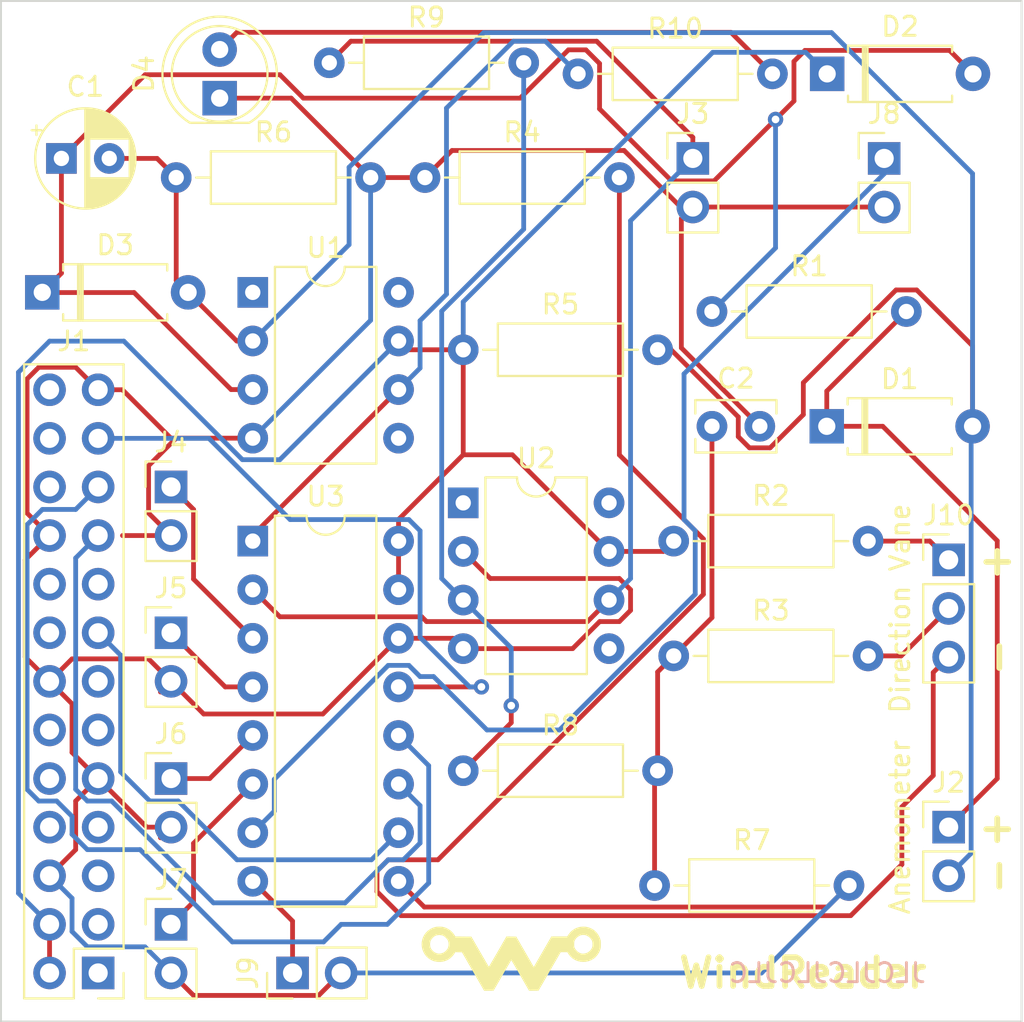
<source format=kicad_pcb>
(kicad_pcb (version 20171130) (host pcbnew 5.1.10)

  (general
    (thickness 1.6)
    (drawings 12)
    (tracks 277)
    (zones 0)
    (modules 30)
    (nets 45)
  )

  (page A4)
  (layers
    (0 F.Cu signal)
    (31 B.Cu signal)
    (32 B.Adhes user)
    (33 F.Adhes user)
    (34 B.Paste user)
    (35 F.Paste user)
    (36 B.SilkS user)
    (37 F.SilkS user)
    (38 B.Mask user)
    (39 F.Mask user)
    (40 Dwgs.User user)
    (41 Cmts.User user)
    (42 Eco1.User user)
    (43 Eco2.User user)
    (44 Edge.Cuts user)
    (45 Margin user)
    (46 B.CrtYd user hide)
    (47 F.CrtYd user)
    (48 B.Fab user)
    (49 F.Fab user hide)
  )

  (setup
    (last_trace_width 0.25)
    (trace_clearance 0.2)
    (zone_clearance 0.508)
    (zone_45_only no)
    (trace_min 0.2)
    (via_size 0.8)
    (via_drill 0.4)
    (via_min_size 0.4)
    (via_min_drill 0.3)
    (uvia_size 0.3)
    (uvia_drill 0.1)
    (uvias_allowed no)
    (uvia_min_size 0.2)
    (uvia_min_drill 0.1)
    (edge_width 0.05)
    (segment_width 0.2)
    (pcb_text_width 0.3)
    (pcb_text_size 1.5 1.5)
    (mod_edge_width 0.12)
    (mod_text_size 1 1)
    (mod_text_width 0.15)
    (pad_size 1.524 1.524)
    (pad_drill 0.762)
    (pad_to_mask_clearance 0)
    (aux_axis_origin 0 0)
    (grid_origin 162.56 115.57)
    (visible_elements FFFFFF7F)
    (pcbplotparams
      (layerselection 0x010fc_ffffffff)
      (usegerberextensions false)
      (usegerberattributes true)
      (usegerberadvancedattributes true)
      (creategerberjobfile true)
      (excludeedgelayer true)
      (linewidth 0.100000)
      (plotframeref false)
      (viasonmask false)
      (mode 1)
      (useauxorigin false)
      (hpglpennumber 1)
      (hpglpenspeed 20)
      (hpglpendiameter 15.000000)
      (psnegative false)
      (psa4output false)
      (plotreference true)
      (plotvalue true)
      (plotinvisibletext false)
      (padsonsilk false)
      (subtractmaskfromsilk false)
      (outputformat 1)
      (mirror false)
      (drillshape 0)
      (scaleselection 1)
      (outputdirectory "gerbers/"))
  )

  (net 0 "")
  (net 1 "Net-(C1-Pad1)")
  (net 2 "Net-(C1-Pad2)")
  (net 3 "Net-(C2-Pad1)")
  (net 4 GND)
  (net 5 "Net-(D1-Pad1)")
  (net 6 +5V)
  (net 7 "Net-(D4-Pad2)")
  (net 8 "Net-(J1-Pad3)")
  (net 9 "Net-(J1-Pad5)")
  (net 10 "Net-(J1-Pad7)")
  (net 11 "Net-(J1-Pad8)")
  (net 12 "Net-(J1-Pad10)")
  (net 13 "Net-(J1-Pad11)")
  (net 14 "Net-(J1-Pad12)")
  (net 15 "Net-(J1-Pad13)")
  (net 16 /ADC_CS)
  (net 17 "Net-(J1-Pad16)")
  (net 18 "Net-(J1-Pad18)")
  (net 19 /ADC_Din)
  (net 20 /ADC_Dout)
  (net 21 "Net-(J1-Pad22)")
  (net 22 /ADC_CLK)
  (net 23 "Net-(J1-Pad24)")
  (net 24 "Net-(J1-Pad26)")
  (net 25 /CH1)
  (net 26 /CH2)
  (net 27 /CH3)
  (net 28 /CH4)
  (net 29 /CH5)
  (net 30 /CH6)
  (net 31 /CH7)
  (net 32 /Dir+)
  (net 33 /DirInput)
  (net 34 /Dir-)
  (net 35 "Net-(R8-Pad1)")
  (net 36 /CH0)
  (net 37 "Net-(U1-Pad1)")
  (net 38 "Net-(U1-Pad5)")
  (net 39 "Net-(U1-Pad8)")
  (net 40 "Net-(U2-Pad8)")
  (net 41 "Net-(U2-Pad5)")
  (net 42 "Net-(U2-Pad1)")
  (net 43 "Net-(J1-Pad1)")
  (net 44 "Net-(J1-Pad17)")

  (net_class Default "This is the default net class."
    (clearance 0.2)
    (trace_width 0.25)
    (via_dia 0.8)
    (via_drill 0.4)
    (uvia_dia 0.3)
    (uvia_drill 0.1)
    (add_net +5V)
    (add_net /ADC_CLK)
    (add_net /ADC_CS)
    (add_net /ADC_Din)
    (add_net /ADC_Dout)
    (add_net /CH0)
    (add_net /CH1)
    (add_net /CH2)
    (add_net /CH3)
    (add_net /CH4)
    (add_net /CH5)
    (add_net /CH6)
    (add_net /CH7)
    (add_net /Dir+)
    (add_net /Dir-)
    (add_net /DirInput)
    (add_net GND)
    (add_net "Net-(C1-Pad1)")
    (add_net "Net-(C1-Pad2)")
    (add_net "Net-(C2-Pad1)")
    (add_net "Net-(D1-Pad1)")
    (add_net "Net-(D4-Pad2)")
    (add_net "Net-(J1-Pad1)")
    (add_net "Net-(J1-Pad10)")
    (add_net "Net-(J1-Pad11)")
    (add_net "Net-(J1-Pad12)")
    (add_net "Net-(J1-Pad13)")
    (add_net "Net-(J1-Pad16)")
    (add_net "Net-(J1-Pad17)")
    (add_net "Net-(J1-Pad18)")
    (add_net "Net-(J1-Pad22)")
    (add_net "Net-(J1-Pad24)")
    (add_net "Net-(J1-Pad26)")
    (add_net "Net-(J1-Pad3)")
    (add_net "Net-(J1-Pad5)")
    (add_net "Net-(J1-Pad7)")
    (add_net "Net-(J1-Pad8)")
    (add_net "Net-(R8-Pad1)")
    (add_net "Net-(U1-Pad1)")
    (add_net "Net-(U1-Pad5)")
    (add_net "Net-(U1-Pad8)")
    (add_net "Net-(U2-Pad1)")
    (add_net "Net-(U2-Pad5)")
    (add_net "Net-(U2-Pad8)")
  )

  (module Connector_PinHeader_2.54mm:PinHeader_2x13_P2.54mm_Vertical (layer F.Cu) (tedit 59FED5CC) (tstamp 60D0DB83)
    (at 121.92 115.57 180)
    (descr "Through hole straight pin header, 2x13, 2.54mm pitch, double rows")
    (tags "Through hole pin header THT 2x13 2.54mm double row")
    (path /60FB768E)
    (fp_text reference J1 (at 1.27 33.02) (layer F.SilkS)
      (effects (font (size 1 1) (thickness 0.15)))
    )
    (fp_text value Conn_02x13_Odd_Even (at 1.27 32.81) (layer F.Fab)
      (effects (font (size 1 1) (thickness 0.15)))
    )
    (fp_line (start 0 -1.27) (end 3.81 -1.27) (layer F.Fab) (width 0.1))
    (fp_line (start 3.81 -1.27) (end 3.81 31.75) (layer F.Fab) (width 0.1))
    (fp_line (start 3.81 31.75) (end -1.27 31.75) (layer F.Fab) (width 0.1))
    (fp_line (start -1.27 31.75) (end -1.27 0) (layer F.Fab) (width 0.1))
    (fp_line (start -1.27 0) (end 0 -1.27) (layer F.Fab) (width 0.1))
    (fp_line (start -1.33 31.81) (end 3.87 31.81) (layer F.SilkS) (width 0.12))
    (fp_line (start -1.33 1.27) (end -1.33 31.81) (layer F.SilkS) (width 0.12))
    (fp_line (start 3.87 -1.33) (end 3.87 31.81) (layer F.SilkS) (width 0.12))
    (fp_line (start -1.33 1.27) (end 1.27 1.27) (layer F.SilkS) (width 0.12))
    (fp_line (start 1.27 1.27) (end 1.27 -1.33) (layer F.SilkS) (width 0.12))
    (fp_line (start 1.27 -1.33) (end 3.87 -1.33) (layer F.SilkS) (width 0.12))
    (fp_line (start -1.33 0) (end -1.33 -1.33) (layer F.SilkS) (width 0.12))
    (fp_line (start -1.33 -1.33) (end 0 -1.33) (layer F.SilkS) (width 0.12))
    (fp_line (start -1.8 -1.8) (end -1.8 32.25) (layer F.CrtYd) (width 0.05))
    (fp_line (start -1.8 32.25) (end 4.35 32.25) (layer F.CrtYd) (width 0.05))
    (fp_line (start 4.35 32.25) (end 4.35 -1.8) (layer F.CrtYd) (width 0.05))
    (fp_line (start 4.35 -1.8) (end -1.8 -1.8) (layer F.CrtYd) (width 0.05))
    (fp_text user %R (at 1.27 15.24 90) (layer F.Fab)
      (effects (font (size 1 1) (thickness 0.15)))
    )
    (pad 1 thru_hole rect (at 0 0 180) (size 1.7 1.7) (drill 1) (layers *.Cu *.Mask)
      (net 43 "Net-(J1-Pad1)"))
    (pad 2 thru_hole oval (at 2.54 0 180) (size 1.7 1.7) (drill 1) (layers *.Cu *.Mask)
      (net 6 +5V))
    (pad 3 thru_hole oval (at 0 2.54 180) (size 1.7 1.7) (drill 1) (layers *.Cu *.Mask)
      (net 8 "Net-(J1-Pad3)"))
    (pad 4 thru_hole oval (at 2.54 2.54 180) (size 1.7 1.7) (drill 1) (layers *.Cu *.Mask)
      (net 6 +5V))
    (pad 5 thru_hole oval (at 0 5.08 180) (size 1.7 1.7) (drill 1) (layers *.Cu *.Mask)
      (net 9 "Net-(J1-Pad5)"))
    (pad 6 thru_hole oval (at 2.54 5.08 180) (size 1.7 1.7) (drill 1) (layers *.Cu *.Mask)
      (net 4 GND))
    (pad 7 thru_hole oval (at 0 7.62 180) (size 1.7 1.7) (drill 1) (layers *.Cu *.Mask)
      (net 10 "Net-(J1-Pad7)"))
    (pad 8 thru_hole oval (at 2.54 7.62 180) (size 1.7 1.7) (drill 1) (layers *.Cu *.Mask)
      (net 11 "Net-(J1-Pad8)"))
    (pad 9 thru_hole oval (at 0 10.16 180) (size 1.7 1.7) (drill 1) (layers *.Cu *.Mask)
      (net 4 GND))
    (pad 10 thru_hole oval (at 2.54 10.16 180) (size 1.7 1.7) (drill 1) (layers *.Cu *.Mask)
      (net 12 "Net-(J1-Pad10)"))
    (pad 11 thru_hole oval (at 0 12.7 180) (size 1.7 1.7) (drill 1) (layers *.Cu *.Mask)
      (net 13 "Net-(J1-Pad11)"))
    (pad 12 thru_hole oval (at 2.54 12.7 180) (size 1.7 1.7) (drill 1) (layers *.Cu *.Mask)
      (net 14 "Net-(J1-Pad12)"))
    (pad 13 thru_hole oval (at 0 15.24 180) (size 1.7 1.7) (drill 1) (layers *.Cu *.Mask)
      (net 15 "Net-(J1-Pad13)"))
    (pad 14 thru_hole oval (at 2.54 15.24 180) (size 1.7 1.7) (drill 1) (layers *.Cu *.Mask)
      (net 4 GND))
    (pad 15 thru_hole oval (at 0 17.78 180) (size 1.7 1.7) (drill 1) (layers *.Cu *.Mask)
      (net 16 /ADC_CS))
    (pad 16 thru_hole oval (at 2.54 17.78 180) (size 1.7 1.7) (drill 1) (layers *.Cu *.Mask)
      (net 17 "Net-(J1-Pad16)"))
    (pad 17 thru_hole oval (at 0 20.32 180) (size 1.7 1.7) (drill 1) (layers *.Cu *.Mask)
      (net 44 "Net-(J1-Pad17)"))
    (pad 18 thru_hole oval (at 2.54 20.32 180) (size 1.7 1.7) (drill 1) (layers *.Cu *.Mask)
      (net 18 "Net-(J1-Pad18)"))
    (pad 19 thru_hole oval (at 0 22.86 180) (size 1.7 1.7) (drill 1) (layers *.Cu *.Mask)
      (net 19 /ADC_Din))
    (pad 20 thru_hole oval (at 2.54 22.86 180) (size 1.7 1.7) (drill 1) (layers *.Cu *.Mask)
      (net 4 GND))
    (pad 21 thru_hole oval (at 0 25.4 180) (size 1.7 1.7) (drill 1) (layers *.Cu *.Mask)
      (net 20 /ADC_Dout))
    (pad 22 thru_hole oval (at 2.54 25.4 180) (size 1.7 1.7) (drill 1) (layers *.Cu *.Mask)
      (net 21 "Net-(J1-Pad22)"))
    (pad 23 thru_hole oval (at 0 27.94 180) (size 1.7 1.7) (drill 1) (layers *.Cu *.Mask)
      (net 22 /ADC_CLK))
    (pad 24 thru_hole oval (at 2.54 27.94 180) (size 1.7 1.7) (drill 1) (layers *.Cu *.Mask)
      (net 23 "Net-(J1-Pad24)"))
    (pad 25 thru_hole oval (at 0 30.48 180) (size 1.7 1.7) (drill 1) (layers *.Cu *.Mask)
      (net 4 GND))
    (pad 26 thru_hole oval (at 2.54 30.48 180) (size 1.7 1.7) (drill 1) (layers *.Cu *.Mask)
      (net 24 "Net-(J1-Pad26)"))
    (model ${KISYS3DMOD}/Connector_PinHeader_2.54mm.3dshapes/PinHeader_2x13_P2.54mm_Vertical.wrl
      (at (xyz 0 0 0))
      (scale (xyz 1 1 1))
      (rotate (xyz 0 0 0))
    )
  )

  (module "logodir:mylogo small" (layer F.Cu) (tedit 0) (tstamp 60D4F69C)
    (at 143.51 115.57)
    (fp_text reference G*** (at 0 0) (layer F.SilkS) hide
      (effects (font (size 1.524 1.524) (thickness 0.3)))
    )
    (fp_text value LOGO (at 0.75 0) (layer F.SilkS) hide
      (effects (font (size 1.524 1.524) (thickness 0.3)))
    )
    (fp_poly (pts (xy 3.919558 -2.405074) (xy 4.065099 -2.369852) (xy 4.200317 -2.312786) (xy 4.323354 -2.235218)
      (xy 4.432354 -2.138489) (xy 4.52546 -2.02394) (xy 4.600816 -1.892912) (xy 4.645609 -1.781532)
      (xy 4.659013 -1.738864) (xy 4.668261 -1.700642) (xy 4.674114 -1.660401) (xy 4.677333 -1.611675)
      (xy 4.678678 -1.547999) (xy 4.678905 -1.4986) (xy 4.678619 -1.423715) (xy 4.676997 -1.36781)
      (xy 4.673253 -1.324476) (xy 4.666601 -1.2873) (xy 4.656256 -1.24987) (xy 4.643897 -1.21285)
      (xy 4.581113 -1.067673) (xy 4.500136 -0.939311) (xy 4.402474 -0.828849) (xy 4.289638 -0.737372)
      (xy 4.163138 -0.665965) (xy 4.024484 -0.615712) (xy 3.875186 -0.587698) (xy 3.76555 -0.581902)
      (xy 3.610386 -0.593726) (xy 3.464091 -0.628572) (xy 3.328364 -0.6855) (xy 3.204907 -0.76357)
      (xy 3.095423 -0.861844) (xy 3.001612 -0.97938) (xy 2.977492 -1.017082) (xy 2.93186 -1.092201)
      (xy 2.58445 -1.091685) (xy 2.004174 -0.085468) (xy 1.423898 0.92075) (xy 0.93345 0.927442)
      (xy 0.471811 0.127171) (xy 0.39638 -0.003394) (xy 0.324561 -0.127324) (xy 0.257368 -0.242894)
      (xy 0.195816 -0.348373) (xy 0.140922 -0.442034) (xy 0.093699 -0.522149) (xy 0.055164 -0.586989)
      (xy 0.026332 -0.634826) (xy 0.008218 -0.663932) (xy 0.001911 -0.672684) (xy -0.005621 -0.661888)
      (xy -0.024778 -0.630798) (xy -0.054543 -0.581149) (xy -0.093898 -0.514676) (xy -0.141828 -0.433115)
      (xy -0.197313 -0.3382) (xy -0.259338 -0.231669) (xy -0.326884 -0.115255) (xy -0.398935 0.009306)
      (xy -0.465236 0.124241) (xy -0.924121 0.92075) (xy -1.170086 0.923814) (xy -1.41605 0.926878)
      (xy -2.576284 -1.08585) (xy -2.751817 -1.089239) (xy -2.92735 -1.092627) (xy -2.959555 -1.035393)
      (xy -3.021302 -0.943949) (xy -3.100949 -0.8537) (xy -3.191632 -0.771484) (xy -3.286488 -0.704141)
      (xy -3.300308 -0.695942) (xy -3.426377 -0.637287) (xy -3.56371 -0.598898) (xy -3.707743 -0.581181)
      (xy -3.85391 -0.584537) (xy -3.997647 -0.60937) (xy -4.063049 -0.62857) (xy -4.198123 -0.686371)
      (xy -4.317982 -0.762573) (xy -4.421955 -0.854757) (xy -4.509372 -0.960501) (xy -4.579563 -1.077384)
      (xy -4.631859 -1.202986) (xy -4.665589 -1.334886) (xy -4.680084 -1.470663) (xy -4.678983 -1.4986)
      (xy -4.246607 -1.4986) (xy -4.238679 -1.396757) (xy -4.214377 -1.309844) (xy -4.171377 -1.231633)
      (xy -4.126235 -1.175783) (xy -4.039905 -1.097849) (xy -3.945525 -1.043383) (xy -3.844587 -1.012856)
      (xy -3.73858 -1.006737) (xy -3.64007 -1.022488) (xy -3.546999 -1.056064) (xy -3.465616 -1.106863)
      (xy -3.392166 -1.175783) (xy -3.333694 -1.251693) (xy -3.295828 -1.331406) (xy -3.27623 -1.421208)
      (xy -3.272113 -1.4986) (xy -3.277913 -1.593939) (xy -3.297326 -1.673699) (xy -3.333374 -1.745149)
      (xy -3.389078 -1.815556) (xy -3.415139 -1.842662) (xy -3.48715 -1.906549) (xy -3.557424 -1.949661)
      (xy -3.633153 -1.974998) (xy -3.721526 -1.985565) (xy -3.7592 -1.986332) (xy -3.854135 -1.980508)
      (xy -3.933741 -1.961034) (xy -4.005209 -1.924906) (xy -4.075731 -1.869123) (xy -4.103262 -1.842662)
      (xy -4.167136 -1.770741) (xy -4.210232 -1.700741) (xy -4.23551 -1.625553) (xy -4.245932 -1.538069)
      (xy -4.246607 -1.4986) (xy -4.678983 -1.4986) (xy -4.674673 -1.607897) (xy -4.648687 -1.744166)
      (xy -4.601456 -1.877051) (xy -4.53231 -2.004129) (xy -4.467905 -2.091484) (xy -4.371779 -2.18915)
      (xy -4.258229 -2.273984) (xy -4.133531 -2.342069) (xy -4.00396 -2.389487) (xy -3.9811 -2.395405)
      (xy -3.897693 -2.409395) (xy -3.800098 -2.416027) (xy -3.698439 -2.415303) (xy -3.602838 -2.407221)
      (xy -3.537301 -2.395405) (xy -3.404402 -2.350982) (xy -3.277549 -2.285003) (xy -3.161028 -2.200671)
      (xy -3.059127 -2.101185) (xy -2.97613 -1.989749) (xy -2.961711 -1.965493) (xy -2.927464 -1.905335)
      (xy -2.508977 -1.901993) (xy -2.090491 -1.89865) (xy -1.635854 -1.11127) (xy -1.560933 -0.981704)
      (xy -1.489601 -0.858709) (xy -1.422885 -0.744036) (xy -1.361814 -0.639435) (xy -1.307417 -0.546657)
      (xy -1.260723 -0.467453) (xy -1.222761 -0.403575) (xy -1.194558 -0.356773) (xy -1.177145 -0.328799)
      (xy -1.171634 -0.321135) (xy -1.163888 -0.331406) (xy -1.144536 -0.361985) (xy -1.114599 -0.411142)
      (xy -1.075099 -0.477146) (xy -1.027058 -0.558268) (xy -0.971496 -0.652777) (xy -0.909435 -0.758942)
      (xy -0.841896 -0.875033) (xy -0.7699 -0.999319) (xy -0.704908 -1.111944) (xy -0.247766 -1.905507)
      (xy 0.004643 -1.902079) (xy 0.257052 -1.89865) (xy 0.418648 -1.61925) (xy 0.460298 -1.547216)
      (xy 0.51233 -1.457193) (xy 0.572428 -1.353191) (xy 0.638274 -1.239219) (xy 0.707553 -1.119288)
      (xy 0.777949 -0.997405) (xy 0.847144 -0.877582) (xy 0.878683 -0.822959) (xy 1.177122 -0.306068)
      (xy 1.638464 -1.105534) (xy 1.865287 -1.4986) (xy 3.28295 -1.4986) (xy 3.283571 -1.436208)
      (xy 3.286347 -1.391538) (xy 3.292645 -1.356924) (xy 3.303831 -1.324701) (xy 3.320283 -1.289213)
      (xy 3.37726 -1.20002) (xy 3.452701 -1.122708) (xy 3.541404 -1.061524) (xy 3.638167 -1.020717)
      (xy 3.654373 -1.016281) (xy 3.73047 -1.006614) (xy 3.816729 -1.010998) (xy 3.902976 -1.028267)
      (xy 3.969187 -1.052441) (xy 4.060372 -1.108271) (xy 4.139628 -1.182874) (xy 4.201203 -1.270615)
      (xy 4.210931 -1.289327) (xy 4.227998 -1.326384) (xy 4.23889 -1.358579) (xy 4.24497 -1.39358)
      (xy 4.247602 -1.439054) (xy 4.24815 -1.4986) (xy 4.247528 -1.560993) (xy 4.244752 -1.605663)
      (xy 4.238454 -1.640277) (xy 4.227268 -1.6725) (xy 4.210816 -1.707988) (xy 4.152523 -1.798989)
      (xy 4.07484 -1.877349) (xy 3.982465 -1.938495) (xy 3.965457 -1.946934) (xy 3.920166 -1.967025)
      (xy 3.88239 -1.979152) (xy 3.842437 -1.985274) (xy 3.790618 -1.987351) (xy 3.764891 -1.987487)
      (xy 3.707406 -1.986722) (xy 3.665481 -1.982871) (xy 3.629291 -1.973716) (xy 3.589009 -1.957039)
      (xy 3.552995 -1.939642) (xy 3.457486 -1.880645) (xy 3.381685 -1.806911) (xy 3.322968 -1.715806)
      (xy 3.316097 -1.7018) (xy 3.30067 -1.666296) (xy 3.290881 -1.63337) (xy 3.285495 -1.595453)
      (xy 3.283277 -1.544978) (xy 3.28295 -1.4986) (xy 1.865287 -1.4986) (xy 2.099805 -1.905)
      (xy 2.928119 -1.905) (xy 2.991234 -2.001815) (xy 3.084515 -2.122546) (xy 3.193565 -2.223995)
      (xy 3.316523 -2.305162) (xy 3.451529 -2.36505) (xy 3.596722 -2.402662) (xy 3.750241 -2.416998)
      (xy 3.76555 -2.417113) (xy 3.919558 -2.405074)) (layer F.SilkS) (width 0.01))
  )

  (module Capacitor_THT:CP_Radial_D5.0mm_P2.50mm placed (layer F.Cu) (tedit 5AE50EF0) (tstamp 60D0DACF)
    (at 120 73)
    (descr "CP, Radial series, Radial, pin pitch=2.50mm, , diameter=5mm, Electrolytic Capacitor")
    (tags "CP Radial series Radial pin pitch 2.50mm  diameter 5mm Electrolytic Capacitor")
    (path /60C0C43B)
    (fp_text reference C1 (at 1.25 -3.75) (layer F.SilkS)
      (effects (font (size 1 1) (thickness 0.15)))
    )
    (fp_text value 0.1uF (at 1.25 3.75) (layer F.Fab)
      (effects (font (size 1 1) (thickness 0.15)))
    )
    (fp_circle (center 1.25 0) (end 3.75 0) (layer F.Fab) (width 0.1))
    (fp_circle (center 1.25 0) (end 3.87 0) (layer F.SilkS) (width 0.12))
    (fp_circle (center 1.25 0) (end 4 0) (layer F.CrtYd) (width 0.05))
    (fp_line (start -0.883605 -1.0875) (end -0.383605 -1.0875) (layer F.Fab) (width 0.1))
    (fp_line (start -0.633605 -1.3375) (end -0.633605 -0.8375) (layer F.Fab) (width 0.1))
    (fp_line (start 1.25 -2.58) (end 1.25 2.58) (layer F.SilkS) (width 0.12))
    (fp_line (start 1.29 -2.58) (end 1.29 2.58) (layer F.SilkS) (width 0.12))
    (fp_line (start 1.33 -2.579) (end 1.33 2.579) (layer F.SilkS) (width 0.12))
    (fp_line (start 1.37 -2.578) (end 1.37 2.578) (layer F.SilkS) (width 0.12))
    (fp_line (start 1.41 -2.576) (end 1.41 2.576) (layer F.SilkS) (width 0.12))
    (fp_line (start 1.45 -2.573) (end 1.45 2.573) (layer F.SilkS) (width 0.12))
    (fp_line (start 1.49 -2.569) (end 1.49 -1.04) (layer F.SilkS) (width 0.12))
    (fp_line (start 1.49 1.04) (end 1.49 2.569) (layer F.SilkS) (width 0.12))
    (fp_line (start 1.53 -2.565) (end 1.53 -1.04) (layer F.SilkS) (width 0.12))
    (fp_line (start 1.53 1.04) (end 1.53 2.565) (layer F.SilkS) (width 0.12))
    (fp_line (start 1.57 -2.561) (end 1.57 -1.04) (layer F.SilkS) (width 0.12))
    (fp_line (start 1.57 1.04) (end 1.57 2.561) (layer F.SilkS) (width 0.12))
    (fp_line (start 1.61 -2.556) (end 1.61 -1.04) (layer F.SilkS) (width 0.12))
    (fp_line (start 1.61 1.04) (end 1.61 2.556) (layer F.SilkS) (width 0.12))
    (fp_line (start 1.65 -2.55) (end 1.65 -1.04) (layer F.SilkS) (width 0.12))
    (fp_line (start 1.65 1.04) (end 1.65 2.55) (layer F.SilkS) (width 0.12))
    (fp_line (start 1.69 -2.543) (end 1.69 -1.04) (layer F.SilkS) (width 0.12))
    (fp_line (start 1.69 1.04) (end 1.69 2.543) (layer F.SilkS) (width 0.12))
    (fp_line (start 1.73 -2.536) (end 1.73 -1.04) (layer F.SilkS) (width 0.12))
    (fp_line (start 1.73 1.04) (end 1.73 2.536) (layer F.SilkS) (width 0.12))
    (fp_line (start 1.77 -2.528) (end 1.77 -1.04) (layer F.SilkS) (width 0.12))
    (fp_line (start 1.77 1.04) (end 1.77 2.528) (layer F.SilkS) (width 0.12))
    (fp_line (start 1.81 -2.52) (end 1.81 -1.04) (layer F.SilkS) (width 0.12))
    (fp_line (start 1.81 1.04) (end 1.81 2.52) (layer F.SilkS) (width 0.12))
    (fp_line (start 1.85 -2.511) (end 1.85 -1.04) (layer F.SilkS) (width 0.12))
    (fp_line (start 1.85 1.04) (end 1.85 2.511) (layer F.SilkS) (width 0.12))
    (fp_line (start 1.89 -2.501) (end 1.89 -1.04) (layer F.SilkS) (width 0.12))
    (fp_line (start 1.89 1.04) (end 1.89 2.501) (layer F.SilkS) (width 0.12))
    (fp_line (start 1.93 -2.491) (end 1.93 -1.04) (layer F.SilkS) (width 0.12))
    (fp_line (start 1.93 1.04) (end 1.93 2.491) (layer F.SilkS) (width 0.12))
    (fp_line (start 1.971 -2.48) (end 1.971 -1.04) (layer F.SilkS) (width 0.12))
    (fp_line (start 1.971 1.04) (end 1.971 2.48) (layer F.SilkS) (width 0.12))
    (fp_line (start 2.011 -2.468) (end 2.011 -1.04) (layer F.SilkS) (width 0.12))
    (fp_line (start 2.011 1.04) (end 2.011 2.468) (layer F.SilkS) (width 0.12))
    (fp_line (start 2.051 -2.455) (end 2.051 -1.04) (layer F.SilkS) (width 0.12))
    (fp_line (start 2.051 1.04) (end 2.051 2.455) (layer F.SilkS) (width 0.12))
    (fp_line (start 2.091 -2.442) (end 2.091 -1.04) (layer F.SilkS) (width 0.12))
    (fp_line (start 2.091 1.04) (end 2.091 2.442) (layer F.SilkS) (width 0.12))
    (fp_line (start 2.131 -2.428) (end 2.131 -1.04) (layer F.SilkS) (width 0.12))
    (fp_line (start 2.131 1.04) (end 2.131 2.428) (layer F.SilkS) (width 0.12))
    (fp_line (start 2.171 -2.414) (end 2.171 -1.04) (layer F.SilkS) (width 0.12))
    (fp_line (start 2.171 1.04) (end 2.171 2.414) (layer F.SilkS) (width 0.12))
    (fp_line (start 2.211 -2.398) (end 2.211 -1.04) (layer F.SilkS) (width 0.12))
    (fp_line (start 2.211 1.04) (end 2.211 2.398) (layer F.SilkS) (width 0.12))
    (fp_line (start 2.251 -2.382) (end 2.251 -1.04) (layer F.SilkS) (width 0.12))
    (fp_line (start 2.251 1.04) (end 2.251 2.382) (layer F.SilkS) (width 0.12))
    (fp_line (start 2.291 -2.365) (end 2.291 -1.04) (layer F.SilkS) (width 0.12))
    (fp_line (start 2.291 1.04) (end 2.291 2.365) (layer F.SilkS) (width 0.12))
    (fp_line (start 2.331 -2.348) (end 2.331 -1.04) (layer F.SilkS) (width 0.12))
    (fp_line (start 2.331 1.04) (end 2.331 2.348) (layer F.SilkS) (width 0.12))
    (fp_line (start 2.371 -2.329) (end 2.371 -1.04) (layer F.SilkS) (width 0.12))
    (fp_line (start 2.371 1.04) (end 2.371 2.329) (layer F.SilkS) (width 0.12))
    (fp_line (start 2.411 -2.31) (end 2.411 -1.04) (layer F.SilkS) (width 0.12))
    (fp_line (start 2.411 1.04) (end 2.411 2.31) (layer F.SilkS) (width 0.12))
    (fp_line (start 2.451 -2.29) (end 2.451 -1.04) (layer F.SilkS) (width 0.12))
    (fp_line (start 2.451 1.04) (end 2.451 2.29) (layer F.SilkS) (width 0.12))
    (fp_line (start 2.491 -2.268) (end 2.491 -1.04) (layer F.SilkS) (width 0.12))
    (fp_line (start 2.491 1.04) (end 2.491 2.268) (layer F.SilkS) (width 0.12))
    (fp_line (start 2.531 -2.247) (end 2.531 -1.04) (layer F.SilkS) (width 0.12))
    (fp_line (start 2.531 1.04) (end 2.531 2.247) (layer F.SilkS) (width 0.12))
    (fp_line (start 2.571 -2.224) (end 2.571 -1.04) (layer F.SilkS) (width 0.12))
    (fp_line (start 2.571 1.04) (end 2.571 2.224) (layer F.SilkS) (width 0.12))
    (fp_line (start 2.611 -2.2) (end 2.611 -1.04) (layer F.SilkS) (width 0.12))
    (fp_line (start 2.611 1.04) (end 2.611 2.2) (layer F.SilkS) (width 0.12))
    (fp_line (start 2.651 -2.175) (end 2.651 -1.04) (layer F.SilkS) (width 0.12))
    (fp_line (start 2.651 1.04) (end 2.651 2.175) (layer F.SilkS) (width 0.12))
    (fp_line (start 2.691 -2.149) (end 2.691 -1.04) (layer F.SilkS) (width 0.12))
    (fp_line (start 2.691 1.04) (end 2.691 2.149) (layer F.SilkS) (width 0.12))
    (fp_line (start 2.731 -2.122) (end 2.731 -1.04) (layer F.SilkS) (width 0.12))
    (fp_line (start 2.731 1.04) (end 2.731 2.122) (layer F.SilkS) (width 0.12))
    (fp_line (start 2.771 -2.095) (end 2.771 -1.04) (layer F.SilkS) (width 0.12))
    (fp_line (start 2.771 1.04) (end 2.771 2.095) (layer F.SilkS) (width 0.12))
    (fp_line (start 2.811 -2.065) (end 2.811 -1.04) (layer F.SilkS) (width 0.12))
    (fp_line (start 2.811 1.04) (end 2.811 2.065) (layer F.SilkS) (width 0.12))
    (fp_line (start 2.851 -2.035) (end 2.851 -1.04) (layer F.SilkS) (width 0.12))
    (fp_line (start 2.851 1.04) (end 2.851 2.035) (layer F.SilkS) (width 0.12))
    (fp_line (start 2.891 -2.004) (end 2.891 -1.04) (layer F.SilkS) (width 0.12))
    (fp_line (start 2.891 1.04) (end 2.891 2.004) (layer F.SilkS) (width 0.12))
    (fp_line (start 2.931 -1.971) (end 2.931 -1.04) (layer F.SilkS) (width 0.12))
    (fp_line (start 2.931 1.04) (end 2.931 1.971) (layer F.SilkS) (width 0.12))
    (fp_line (start 2.971 -1.937) (end 2.971 -1.04) (layer F.SilkS) (width 0.12))
    (fp_line (start 2.971 1.04) (end 2.971 1.937) (layer F.SilkS) (width 0.12))
    (fp_line (start 3.011 -1.901) (end 3.011 -1.04) (layer F.SilkS) (width 0.12))
    (fp_line (start 3.011 1.04) (end 3.011 1.901) (layer F.SilkS) (width 0.12))
    (fp_line (start 3.051 -1.864) (end 3.051 -1.04) (layer F.SilkS) (width 0.12))
    (fp_line (start 3.051 1.04) (end 3.051 1.864) (layer F.SilkS) (width 0.12))
    (fp_line (start 3.091 -1.826) (end 3.091 -1.04) (layer F.SilkS) (width 0.12))
    (fp_line (start 3.091 1.04) (end 3.091 1.826) (layer F.SilkS) (width 0.12))
    (fp_line (start 3.131 -1.785) (end 3.131 -1.04) (layer F.SilkS) (width 0.12))
    (fp_line (start 3.131 1.04) (end 3.131 1.785) (layer F.SilkS) (width 0.12))
    (fp_line (start 3.171 -1.743) (end 3.171 -1.04) (layer F.SilkS) (width 0.12))
    (fp_line (start 3.171 1.04) (end 3.171 1.743) (layer F.SilkS) (width 0.12))
    (fp_line (start 3.211 -1.699) (end 3.211 -1.04) (layer F.SilkS) (width 0.12))
    (fp_line (start 3.211 1.04) (end 3.211 1.699) (layer F.SilkS) (width 0.12))
    (fp_line (start 3.251 -1.653) (end 3.251 -1.04) (layer F.SilkS) (width 0.12))
    (fp_line (start 3.251 1.04) (end 3.251 1.653) (layer F.SilkS) (width 0.12))
    (fp_line (start 3.291 -1.605) (end 3.291 -1.04) (layer F.SilkS) (width 0.12))
    (fp_line (start 3.291 1.04) (end 3.291 1.605) (layer F.SilkS) (width 0.12))
    (fp_line (start 3.331 -1.554) (end 3.331 -1.04) (layer F.SilkS) (width 0.12))
    (fp_line (start 3.331 1.04) (end 3.331 1.554) (layer F.SilkS) (width 0.12))
    (fp_line (start 3.371 -1.5) (end 3.371 -1.04) (layer F.SilkS) (width 0.12))
    (fp_line (start 3.371 1.04) (end 3.371 1.5) (layer F.SilkS) (width 0.12))
    (fp_line (start 3.411 -1.443) (end 3.411 -1.04) (layer F.SilkS) (width 0.12))
    (fp_line (start 3.411 1.04) (end 3.411 1.443) (layer F.SilkS) (width 0.12))
    (fp_line (start 3.451 -1.383) (end 3.451 -1.04) (layer F.SilkS) (width 0.12))
    (fp_line (start 3.451 1.04) (end 3.451 1.383) (layer F.SilkS) (width 0.12))
    (fp_line (start 3.491 -1.319) (end 3.491 -1.04) (layer F.SilkS) (width 0.12))
    (fp_line (start 3.491 1.04) (end 3.491 1.319) (layer F.SilkS) (width 0.12))
    (fp_line (start 3.531 -1.251) (end 3.531 -1.04) (layer F.SilkS) (width 0.12))
    (fp_line (start 3.531 1.04) (end 3.531 1.251) (layer F.SilkS) (width 0.12))
    (fp_line (start 3.571 -1.178) (end 3.571 1.178) (layer F.SilkS) (width 0.12))
    (fp_line (start 3.611 -1.098) (end 3.611 1.098) (layer F.SilkS) (width 0.12))
    (fp_line (start 3.651 -1.011) (end 3.651 1.011) (layer F.SilkS) (width 0.12))
    (fp_line (start 3.691 -0.915) (end 3.691 0.915) (layer F.SilkS) (width 0.12))
    (fp_line (start 3.731 -0.805) (end 3.731 0.805) (layer F.SilkS) (width 0.12))
    (fp_line (start 3.771 -0.677) (end 3.771 0.677) (layer F.SilkS) (width 0.12))
    (fp_line (start 3.811 -0.518) (end 3.811 0.518) (layer F.SilkS) (width 0.12))
    (fp_line (start 3.851 -0.284) (end 3.851 0.284) (layer F.SilkS) (width 0.12))
    (fp_line (start -1.554775 -1.475) (end -1.054775 -1.475) (layer F.SilkS) (width 0.12))
    (fp_line (start -1.304775 -1.725) (end -1.304775 -1.225) (layer F.SilkS) (width 0.12))
    (fp_text user %R (at 1.25 0) (layer F.Fab)
      (effects (font (size 1 1) (thickness 0.15)))
    )
    (pad 1 thru_hole rect (at 0 0) (size 1.6 1.6) (drill 0.8) (layers *.Cu *.Mask)
      (net 1 "Net-(C1-Pad1)"))
    (pad 2 thru_hole circle (at 2.5 0) (size 1.6 1.6) (drill 0.8) (layers *.Cu *.Mask)
      (net 2 "Net-(C1-Pad2)"))
    (model ${KISYS3DMOD}/Capacitor_THT.3dshapes/CP_Radial_D5.0mm_P2.50mm.wrl
      (at (xyz 0 0 0))
      (scale (xyz 1 1 1))
      (rotate (xyz 0 0 0))
    )
  )

  (module Capacitor_THT:C_Rect_L4.0mm_W2.5mm_P2.50mm placed (layer F.Cu) (tedit 5AE50EF0) (tstamp 60D0DAE4)
    (at 154 87)
    (descr "C, Rect series, Radial, pin pitch=2.50mm, , length*width=4*2.5mm^2, Capacitor")
    (tags "C Rect series Radial pin pitch 2.50mm  length 4mm width 2.5mm Capacitor")
    (path /60C3ECA5)
    (fp_text reference C2 (at 1.25 -2.5) (layer F.SilkS)
      (effects (font (size 1 1) (thickness 0.15)))
    )
    (fp_text value 100nF (at 1.25 2.5) (layer F.Fab)
      (effects (font (size 1 1) (thickness 0.15)))
    )
    (fp_line (start -0.75 -1.25) (end -0.75 1.25) (layer F.Fab) (width 0.1))
    (fp_line (start -0.75 1.25) (end 3.25 1.25) (layer F.Fab) (width 0.1))
    (fp_line (start 3.25 1.25) (end 3.25 -1.25) (layer F.Fab) (width 0.1))
    (fp_line (start 3.25 -1.25) (end -0.75 -1.25) (layer F.Fab) (width 0.1))
    (fp_line (start -0.87 -1.37) (end 3.37 -1.37) (layer F.SilkS) (width 0.12))
    (fp_line (start -0.87 1.37) (end 3.37 1.37) (layer F.SilkS) (width 0.12))
    (fp_line (start -0.87 -1.37) (end -0.87 -0.665) (layer F.SilkS) (width 0.12))
    (fp_line (start -0.87 0.665) (end -0.87 1.37) (layer F.SilkS) (width 0.12))
    (fp_line (start 3.37 -1.37) (end 3.37 -0.665) (layer F.SilkS) (width 0.12))
    (fp_line (start 3.37 0.665) (end 3.37 1.37) (layer F.SilkS) (width 0.12))
    (fp_line (start -1.05 -1.5) (end -1.05 1.5) (layer F.CrtYd) (width 0.05))
    (fp_line (start -1.05 1.5) (end 3.55 1.5) (layer F.CrtYd) (width 0.05))
    (fp_line (start 3.55 1.5) (end 3.55 -1.5) (layer F.CrtYd) (width 0.05))
    (fp_line (start 3.55 -1.5) (end -1.05 -1.5) (layer F.CrtYd) (width 0.05))
    (fp_text user %R (at 1.25 0) (layer F.Fab)
      (effects (font (size 0.8 0.8) (thickness 0.12)))
    )
    (pad 1 thru_hole circle (at 0 0) (size 1.6 1.6) (drill 0.8) (layers *.Cu *.Mask)
      (net 3 "Net-(C2-Pad1)"))
    (pad 2 thru_hole circle (at 2.5 0) (size 1.6 1.6) (drill 0.8) (layers *.Cu *.Mask)
      (net 4 GND))
    (model ${KISYS3DMOD}/Capacitor_THT.3dshapes/C_Rect_L4.0mm_W2.5mm_P2.50mm.wrl
      (at (xyz 0 0 0))
      (scale (xyz 1 1 1))
      (rotate (xyz 0 0 0))
    )
  )

  (module Diode_THT:D_A-405_P7.62mm_Horizontal placed (layer F.Cu) (tedit 5AE50CD5) (tstamp 60D0DB03)
    (at 160 87)
    (descr "Diode, A-405 series, Axial, Horizontal, pin pitch=7.62mm, , length*diameter=5.2*2.7mm^2, , http://www.diodes.com/_files/packages/A-405.pdf")
    (tags "Diode A-405 series Axial Horizontal pin pitch 7.62mm  length 5.2mm diameter 2.7mm")
    (path /60C0EC04)
    (fp_text reference D1 (at 3.81 -2.47) (layer F.SilkS)
      (effects (font (size 1 1) (thickness 0.15)))
    )
    (fp_text value D_Zener_ALT (at 3.81 2.47) (layer F.Fab)
      (effects (font (size 1 1) (thickness 0.15)))
    )
    (fp_line (start 1.21 -1.35) (end 1.21 1.35) (layer F.Fab) (width 0.1))
    (fp_line (start 1.21 1.35) (end 6.41 1.35) (layer F.Fab) (width 0.1))
    (fp_line (start 6.41 1.35) (end 6.41 -1.35) (layer F.Fab) (width 0.1))
    (fp_line (start 6.41 -1.35) (end 1.21 -1.35) (layer F.Fab) (width 0.1))
    (fp_line (start 0 0) (end 1.21 0) (layer F.Fab) (width 0.1))
    (fp_line (start 7.62 0) (end 6.41 0) (layer F.Fab) (width 0.1))
    (fp_line (start 1.99 -1.35) (end 1.99 1.35) (layer F.Fab) (width 0.1))
    (fp_line (start 2.09 -1.35) (end 2.09 1.35) (layer F.Fab) (width 0.1))
    (fp_line (start 1.89 -1.35) (end 1.89 1.35) (layer F.Fab) (width 0.1))
    (fp_line (start 1.09 -1.14) (end 1.09 -1.47) (layer F.SilkS) (width 0.12))
    (fp_line (start 1.09 -1.47) (end 6.53 -1.47) (layer F.SilkS) (width 0.12))
    (fp_line (start 6.53 -1.47) (end 6.53 -1.14) (layer F.SilkS) (width 0.12))
    (fp_line (start 1.09 1.14) (end 1.09 1.47) (layer F.SilkS) (width 0.12))
    (fp_line (start 1.09 1.47) (end 6.53 1.47) (layer F.SilkS) (width 0.12))
    (fp_line (start 6.53 1.47) (end 6.53 1.14) (layer F.SilkS) (width 0.12))
    (fp_line (start 1.99 -1.47) (end 1.99 1.47) (layer F.SilkS) (width 0.12))
    (fp_line (start 2.11 -1.47) (end 2.11 1.47) (layer F.SilkS) (width 0.12))
    (fp_line (start 1.87 -1.47) (end 1.87 1.47) (layer F.SilkS) (width 0.12))
    (fp_line (start -1.15 -1.6) (end -1.15 1.6) (layer F.CrtYd) (width 0.05))
    (fp_line (start -1.15 1.6) (end 8.77 1.6) (layer F.CrtYd) (width 0.05))
    (fp_line (start 8.77 1.6) (end 8.77 -1.6) (layer F.CrtYd) (width 0.05))
    (fp_line (start 8.77 -1.6) (end -1.15 -1.6) (layer F.CrtYd) (width 0.05))
    (fp_text user %R (at 4.2 0) (layer F.Fab)
      (effects (font (size 1 1) (thickness 0.15)))
    )
    (pad 1 thru_hole rect (at 0 0) (size 1.8 1.8) (drill 0.9) (layers *.Cu *.Mask)
      (net 5 "Net-(D1-Pad1)"))
    (pad 2 thru_hole oval (at 7.62 0) (size 1.8 1.8) (drill 0.9) (layers *.Cu *.Mask)
      (net 2 "Net-(C1-Pad2)"))
    (model ${KISYS3DMOD}/Diode_THT.3dshapes/D_A-405_P7.62mm_Horizontal.wrl
      (at (xyz 0 0 0))
      (scale (xyz 1 1 1))
      (rotate (xyz 0 0 0))
    )
  )

  (module Diode_THT:D_A-405_P7.62mm_Horizontal placed (layer F.Cu) (tedit 5AE50CD5) (tstamp 60D0DB22)
    (at 160.02 68.58)
    (descr "Diode, A-405 series, Axial, Horizontal, pin pitch=7.62mm, , length*diameter=5.2*2.7mm^2, , http://www.diodes.com/_files/packages/A-405.pdf")
    (tags "Diode A-405 series Axial Horizontal pin pitch 7.62mm  length 5.2mm diameter 2.7mm")
    (path /60C1E2E9)
    (fp_text reference D2 (at 3.81 -2.47) (layer F.SilkS)
      (effects (font (size 1 1) (thickness 0.15)))
    )
    (fp_text value D (at 3.81 2.47) (layer F.Fab)
      (effects (font (size 1 1) (thickness 0.15)))
    )
    (fp_line (start 1.21 -1.35) (end 1.21 1.35) (layer F.Fab) (width 0.1))
    (fp_line (start 1.21 1.35) (end 6.41 1.35) (layer F.Fab) (width 0.1))
    (fp_line (start 6.41 1.35) (end 6.41 -1.35) (layer F.Fab) (width 0.1))
    (fp_line (start 6.41 -1.35) (end 1.21 -1.35) (layer F.Fab) (width 0.1))
    (fp_line (start 0 0) (end 1.21 0) (layer F.Fab) (width 0.1))
    (fp_line (start 7.62 0) (end 6.41 0) (layer F.Fab) (width 0.1))
    (fp_line (start 1.99 -1.35) (end 1.99 1.35) (layer F.Fab) (width 0.1))
    (fp_line (start 2.09 -1.35) (end 2.09 1.35) (layer F.Fab) (width 0.1))
    (fp_line (start 1.89 -1.35) (end 1.89 1.35) (layer F.Fab) (width 0.1))
    (fp_line (start 1.09 -1.14) (end 1.09 -1.47) (layer F.SilkS) (width 0.12))
    (fp_line (start 1.09 -1.47) (end 6.53 -1.47) (layer F.SilkS) (width 0.12))
    (fp_line (start 6.53 -1.47) (end 6.53 -1.14) (layer F.SilkS) (width 0.12))
    (fp_line (start 1.09 1.14) (end 1.09 1.47) (layer F.SilkS) (width 0.12))
    (fp_line (start 1.09 1.47) (end 6.53 1.47) (layer F.SilkS) (width 0.12))
    (fp_line (start 6.53 1.47) (end 6.53 1.14) (layer F.SilkS) (width 0.12))
    (fp_line (start 1.99 -1.47) (end 1.99 1.47) (layer F.SilkS) (width 0.12))
    (fp_line (start 2.11 -1.47) (end 2.11 1.47) (layer F.SilkS) (width 0.12))
    (fp_line (start 1.87 -1.47) (end 1.87 1.47) (layer F.SilkS) (width 0.12))
    (fp_line (start -1.15 -1.6) (end -1.15 1.6) (layer F.CrtYd) (width 0.05))
    (fp_line (start -1.15 1.6) (end 8.77 1.6) (layer F.CrtYd) (width 0.05))
    (fp_line (start 8.77 1.6) (end 8.77 -1.6) (layer F.CrtYd) (width 0.05))
    (fp_line (start 8.77 -1.6) (end -1.15 -1.6) (layer F.CrtYd) (width 0.05))
    (fp_text user %R (at 4.2 0) (layer F.Fab)
      (effects (font (size 1 1) (thickness 0.15)))
    )
    (pad 1 thru_hole rect (at 0 0) (size 1.8 1.8) (drill 0.9) (layers *.Cu *.Mask)
      (net 6 +5V))
    (pad 2 thru_hole oval (at 7.62 0) (size 1.8 1.8) (drill 0.9) (layers *.Cu *.Mask)
      (net 1 "Net-(C1-Pad1)"))
    (model ${KISYS3DMOD}/Diode_THT.3dshapes/D_A-405_P7.62mm_Horizontal.wrl
      (at (xyz 0 0 0))
      (scale (xyz 1 1 1))
      (rotate (xyz 0 0 0))
    )
  )

  (module Diode_THT:D_A-405_P7.62mm_Horizontal placed (layer F.Cu) (tedit 5AE50CD5) (tstamp 60D0DB41)
    (at 119 80)
    (descr "Diode, A-405 series, Axial, Horizontal, pin pitch=7.62mm, , length*diameter=5.2*2.7mm^2, , http://www.diodes.com/_files/packages/A-405.pdf")
    (tags "Diode A-405 series Axial Horizontal pin pitch 7.62mm  length 5.2mm diameter 2.7mm")
    (path /60C1D940)
    (fp_text reference D3 (at 3.81 -2.47) (layer F.SilkS)
      (effects (font (size 1 1) (thickness 0.15)))
    )
    (fp_text value D (at 3.81 2.47) (layer F.Fab)
      (effects (font (size 1 1) (thickness 0.15)))
    )
    (fp_line (start 8.77 -1.6) (end -1.15 -1.6) (layer F.CrtYd) (width 0.05))
    (fp_line (start 8.77 1.6) (end 8.77 -1.6) (layer F.CrtYd) (width 0.05))
    (fp_line (start -1.15 1.6) (end 8.77 1.6) (layer F.CrtYd) (width 0.05))
    (fp_line (start -1.15 -1.6) (end -1.15 1.6) (layer F.CrtYd) (width 0.05))
    (fp_line (start 1.87 -1.47) (end 1.87 1.47) (layer F.SilkS) (width 0.12))
    (fp_line (start 2.11 -1.47) (end 2.11 1.47) (layer F.SilkS) (width 0.12))
    (fp_line (start 1.99 -1.47) (end 1.99 1.47) (layer F.SilkS) (width 0.12))
    (fp_line (start 6.53 1.47) (end 6.53 1.14) (layer F.SilkS) (width 0.12))
    (fp_line (start 1.09 1.47) (end 6.53 1.47) (layer F.SilkS) (width 0.12))
    (fp_line (start 1.09 1.14) (end 1.09 1.47) (layer F.SilkS) (width 0.12))
    (fp_line (start 6.53 -1.47) (end 6.53 -1.14) (layer F.SilkS) (width 0.12))
    (fp_line (start 1.09 -1.47) (end 6.53 -1.47) (layer F.SilkS) (width 0.12))
    (fp_line (start 1.09 -1.14) (end 1.09 -1.47) (layer F.SilkS) (width 0.12))
    (fp_line (start 1.89 -1.35) (end 1.89 1.35) (layer F.Fab) (width 0.1))
    (fp_line (start 2.09 -1.35) (end 2.09 1.35) (layer F.Fab) (width 0.1))
    (fp_line (start 1.99 -1.35) (end 1.99 1.35) (layer F.Fab) (width 0.1))
    (fp_line (start 7.62 0) (end 6.41 0) (layer F.Fab) (width 0.1))
    (fp_line (start 0 0) (end 1.21 0) (layer F.Fab) (width 0.1))
    (fp_line (start 6.41 -1.35) (end 1.21 -1.35) (layer F.Fab) (width 0.1))
    (fp_line (start 6.41 1.35) (end 6.41 -1.35) (layer F.Fab) (width 0.1))
    (fp_line (start 1.21 1.35) (end 6.41 1.35) (layer F.Fab) (width 0.1))
    (fp_line (start 1.21 -1.35) (end 1.21 1.35) (layer F.Fab) (width 0.1))
    (fp_text user %R (at 4.2 0) (layer F.Fab)
      (effects (font (size 1 1) (thickness 0.15)))
    )
    (pad 2 thru_hole oval (at 7.62 0) (size 1.8 1.8) (drill 0.9) (layers *.Cu *.Mask)
      (net 2 "Net-(C1-Pad2)"))
    (pad 1 thru_hole rect (at 0 0) (size 1.8 1.8) (drill 0.9) (layers *.Cu *.Mask)
      (net 1 "Net-(C1-Pad1)"))
    (model ${KISYS3DMOD}/Diode_THT.3dshapes/D_A-405_P7.62mm_Horizontal.wrl
      (at (xyz 0 0 0))
      (scale (xyz 1 1 1))
      (rotate (xyz 0 0 0))
    )
  )

  (module LED_THT:LED_D5.0mm placed (layer F.Cu) (tedit 5995936A) (tstamp 60D0DB53)
    (at 128.27 69.85 90)
    (descr "LED, diameter 5.0mm, 2 pins, http://cdn-reichelt.de/documents/datenblatt/A500/LL-504BC2E-009.pdf")
    (tags "LED diameter 5.0mm 2 pins")
    (path /60C67BF7)
    (fp_text reference D4 (at 1.27 -3.96 90) (layer F.SilkS)
      (effects (font (size 1 1) (thickness 0.15)))
    )
    (fp_text value LED (at 1.27 3.96 90) (layer F.Fab)
      (effects (font (size 1 1) (thickness 0.15)))
    )
    (fp_circle (center 1.27 0) (end 3.77 0) (layer F.Fab) (width 0.1))
    (fp_circle (center 1.27 0) (end 3.77 0) (layer F.SilkS) (width 0.12))
    (fp_line (start -1.23 -1.469694) (end -1.23 1.469694) (layer F.Fab) (width 0.1))
    (fp_line (start -1.29 -1.545) (end -1.29 1.545) (layer F.SilkS) (width 0.12))
    (fp_line (start -1.95 -3.25) (end -1.95 3.25) (layer F.CrtYd) (width 0.05))
    (fp_line (start -1.95 3.25) (end 4.5 3.25) (layer F.CrtYd) (width 0.05))
    (fp_line (start 4.5 3.25) (end 4.5 -3.25) (layer F.CrtYd) (width 0.05))
    (fp_line (start 4.5 -3.25) (end -1.95 -3.25) (layer F.CrtYd) (width 0.05))
    (fp_arc (start 1.27 0) (end -1.23 -1.469694) (angle 299.1) (layer F.Fab) (width 0.1))
    (fp_arc (start 1.27 0) (end -1.29 -1.54483) (angle 148.9) (layer F.SilkS) (width 0.12))
    (fp_arc (start 1.27 0) (end -1.29 1.54483) (angle -148.9) (layer F.SilkS) (width 0.12))
    (fp_text user %R (at 1.25 0 90) (layer F.Fab)
      (effects (font (size 0.8 0.8) (thickness 0.2)))
    )
    (pad 1 thru_hole rect (at 0 0 90) (size 1.8 1.8) (drill 0.9) (layers *.Cu *.Mask)
      (net 4 GND))
    (pad 2 thru_hole circle (at 2.54 0 90) (size 1.8 1.8) (drill 0.9) (layers *.Cu *.Mask)
      (net 7 "Net-(D4-Pad2)"))
    (model ${KISYS3DMOD}/LED_THT.3dshapes/LED_D5.0mm.wrl
      (at (xyz 0 0 0))
      (scale (xyz 1 1 1))
      (rotate (xyz 0 0 0))
    )
  )

  (module Connector_PinHeader_2.54mm:PinHeader_1x02_P2.54mm_Vertical placed (layer F.Cu) (tedit 59FED5CC) (tstamp 60D0DB99)
    (at 166.37 107.95)
    (descr "Through hole straight pin header, 1x02, 2.54mm pitch, single row")
    (tags "Through hole pin header THT 1x02 2.54mm single row")
    (path /60ED3629)
    (fp_text reference J2 (at 0 -2.33) (layer F.SilkS)
      (effects (font (size 1 1) (thickness 0.15)))
    )
    (fp_text value Conn_01x02_Male (at 0 4.87) (layer F.Fab)
      (effects (font (size 1 1) (thickness 0.15)))
    )
    (fp_line (start 1.8 -1.8) (end -1.8 -1.8) (layer F.CrtYd) (width 0.05))
    (fp_line (start 1.8 4.35) (end 1.8 -1.8) (layer F.CrtYd) (width 0.05))
    (fp_line (start -1.8 4.35) (end 1.8 4.35) (layer F.CrtYd) (width 0.05))
    (fp_line (start -1.8 -1.8) (end -1.8 4.35) (layer F.CrtYd) (width 0.05))
    (fp_line (start -1.33 -1.33) (end 0 -1.33) (layer F.SilkS) (width 0.12))
    (fp_line (start -1.33 0) (end -1.33 -1.33) (layer F.SilkS) (width 0.12))
    (fp_line (start -1.33 1.27) (end 1.33 1.27) (layer F.SilkS) (width 0.12))
    (fp_line (start 1.33 1.27) (end 1.33 3.87) (layer F.SilkS) (width 0.12))
    (fp_line (start -1.33 1.27) (end -1.33 3.87) (layer F.SilkS) (width 0.12))
    (fp_line (start -1.33 3.87) (end 1.33 3.87) (layer F.SilkS) (width 0.12))
    (fp_line (start -1.27 -0.635) (end -0.635 -1.27) (layer F.Fab) (width 0.1))
    (fp_line (start -1.27 3.81) (end -1.27 -0.635) (layer F.Fab) (width 0.1))
    (fp_line (start 1.27 3.81) (end -1.27 3.81) (layer F.Fab) (width 0.1))
    (fp_line (start 1.27 -1.27) (end 1.27 3.81) (layer F.Fab) (width 0.1))
    (fp_line (start -0.635 -1.27) (end 1.27 -1.27) (layer F.Fab) (width 0.1))
    (fp_text user %R (at 0 1.27 90) (layer F.Fab)
      (effects (font (size 1 1) (thickness 0.15)))
    )
    (pad 2 thru_hole oval (at 0 2.54) (size 1.7 1.7) (drill 1) (layers *.Cu *.Mask)
      (net 2 "Net-(C1-Pad2)"))
    (pad 1 thru_hole rect (at 0 0) (size 1.7 1.7) (drill 1) (layers *.Cu *.Mask)
      (net 5 "Net-(D1-Pad1)"))
    (model ${KISYS3DMOD}/Connector_PinHeader_2.54mm.3dshapes/PinHeader_1x02_P2.54mm_Vertical.wrl
      (at (xyz 0 0 0))
      (scale (xyz 1 1 1))
      (rotate (xyz 0 0 0))
    )
  )

  (module Connector_PinHeader_2.54mm:PinHeader_1x02_P2.54mm_Vertical placed (layer F.Cu) (tedit 59FED5CC) (tstamp 60D0DBAF)
    (at 153 73)
    (descr "Through hole straight pin header, 1x02, 2.54mm pitch, single row")
    (tags "Through hole pin header THT 1x02 2.54mm single row")
    (path /60E0577A)
    (fp_text reference J3 (at 0 -2.33) (layer F.SilkS)
      (effects (font (size 1 1) (thickness 0.15)))
    )
    (fp_text value Conn_01x02_Male (at 0 4.87) (layer F.Fab)
      (effects (font (size 1 1) (thickness 0.15)))
    )
    (fp_line (start -0.635 -1.27) (end 1.27 -1.27) (layer F.Fab) (width 0.1))
    (fp_line (start 1.27 -1.27) (end 1.27 3.81) (layer F.Fab) (width 0.1))
    (fp_line (start 1.27 3.81) (end -1.27 3.81) (layer F.Fab) (width 0.1))
    (fp_line (start -1.27 3.81) (end -1.27 -0.635) (layer F.Fab) (width 0.1))
    (fp_line (start -1.27 -0.635) (end -0.635 -1.27) (layer F.Fab) (width 0.1))
    (fp_line (start -1.33 3.87) (end 1.33 3.87) (layer F.SilkS) (width 0.12))
    (fp_line (start -1.33 1.27) (end -1.33 3.87) (layer F.SilkS) (width 0.12))
    (fp_line (start 1.33 1.27) (end 1.33 3.87) (layer F.SilkS) (width 0.12))
    (fp_line (start -1.33 1.27) (end 1.33 1.27) (layer F.SilkS) (width 0.12))
    (fp_line (start -1.33 0) (end -1.33 -1.33) (layer F.SilkS) (width 0.12))
    (fp_line (start -1.33 -1.33) (end 0 -1.33) (layer F.SilkS) (width 0.12))
    (fp_line (start -1.8 -1.8) (end -1.8 4.35) (layer F.CrtYd) (width 0.05))
    (fp_line (start -1.8 4.35) (end 1.8 4.35) (layer F.CrtYd) (width 0.05))
    (fp_line (start 1.8 4.35) (end 1.8 -1.8) (layer F.CrtYd) (width 0.05))
    (fp_line (start 1.8 -1.8) (end -1.8 -1.8) (layer F.CrtYd) (width 0.05))
    (fp_text user %R (at 0 1.304999 90) (layer F.Fab)
      (effects (font (size 1 1) (thickness 0.15)))
    )
    (pad 1 thru_hole rect (at 0 0) (size 1.7 1.7) (drill 1) (layers *.Cu *.Mask)
      (net 25 /CH1))
    (pad 2 thru_hole oval (at 0 2.54) (size 1.7 1.7) (drill 1) (layers *.Cu *.Mask)
      (net 4 GND))
    (model ${KISYS3DMOD}/Connector_PinHeader_2.54mm.3dshapes/PinHeader_1x02_P2.54mm_Vertical.wrl
      (at (xyz 0 0 0))
      (scale (xyz 1 1 1))
      (rotate (xyz 0 0 0))
    )
  )

  (module Connector_PinHeader_2.54mm:PinHeader_1x02_P2.54mm_Vertical placed (layer F.Cu) (tedit 59FED5CC) (tstamp 60D0DBC5)
    (at 125.73 90.17)
    (descr "Through hole straight pin header, 1x02, 2.54mm pitch, single row")
    (tags "Through hole pin header THT 1x02 2.54mm single row")
    (path /60E043AF)
    (fp_text reference J4 (at 0 -2.33) (layer F.SilkS)
      (effects (font (size 1 1) (thickness 0.15)))
    )
    (fp_text value Conn_01x02_Male (at 0 4.87) (layer F.Fab)
      (effects (font (size 1 1) (thickness 0.15)))
    )
    (fp_line (start 1.8 -1.8) (end -1.8 -1.8) (layer F.CrtYd) (width 0.05))
    (fp_line (start 1.8 4.35) (end 1.8 -1.8) (layer F.CrtYd) (width 0.05))
    (fp_line (start -1.8 4.35) (end 1.8 4.35) (layer F.CrtYd) (width 0.05))
    (fp_line (start -1.8 -1.8) (end -1.8 4.35) (layer F.CrtYd) (width 0.05))
    (fp_line (start -1.33 -1.33) (end 0 -1.33) (layer F.SilkS) (width 0.12))
    (fp_line (start -1.33 0) (end -1.33 -1.33) (layer F.SilkS) (width 0.12))
    (fp_line (start -1.33 1.27) (end 1.33 1.27) (layer F.SilkS) (width 0.12))
    (fp_line (start 1.33 1.27) (end 1.33 3.87) (layer F.SilkS) (width 0.12))
    (fp_line (start -1.33 1.27) (end -1.33 3.87) (layer F.SilkS) (width 0.12))
    (fp_line (start -1.33 3.87) (end 1.33 3.87) (layer F.SilkS) (width 0.12))
    (fp_line (start -1.27 -0.635) (end -0.635 -1.27) (layer F.Fab) (width 0.1))
    (fp_line (start -1.27 3.81) (end -1.27 -0.635) (layer F.Fab) (width 0.1))
    (fp_line (start 1.27 3.81) (end -1.27 3.81) (layer F.Fab) (width 0.1))
    (fp_line (start 1.27 -1.27) (end 1.27 3.81) (layer F.Fab) (width 0.1))
    (fp_line (start -0.635 -1.27) (end 1.27 -1.27) (layer F.Fab) (width 0.1))
    (fp_text user %R (at 0 1.27 90) (layer F.Fab)
      (effects (font (size 1 1) (thickness 0.15)))
    )
    (pad 2 thru_hole oval (at 0 2.54) (size 1.7 1.7) (drill 1) (layers *.Cu *.Mask)
      (net 4 GND))
    (pad 1 thru_hole rect (at 0 0) (size 1.7 1.7) (drill 1) (layers *.Cu *.Mask)
      (net 26 /CH2))
    (model ${KISYS3DMOD}/Connector_PinHeader_2.54mm.3dshapes/PinHeader_1x02_P2.54mm_Vertical.wrl
      (at (xyz 0 0 0))
      (scale (xyz 1 1 1))
      (rotate (xyz 0 0 0))
    )
  )

  (module Connector_PinHeader_2.54mm:PinHeader_1x02_P2.54mm_Vertical placed (layer F.Cu) (tedit 59FED5CC) (tstamp 60D0DBDB)
    (at 125.73 97.79)
    (descr "Through hole straight pin header, 1x02, 2.54mm pitch, single row")
    (tags "Through hole pin header THT 1x02 2.54mm single row")
    (path /60E03DD4)
    (fp_text reference J5 (at 0 -2.33) (layer F.SilkS)
      (effects (font (size 1 1) (thickness 0.15)))
    )
    (fp_text value Conn_01x02_Male (at 0 4.87) (layer F.Fab)
      (effects (font (size 1 1) (thickness 0.15)))
    )
    (fp_line (start -0.635 -1.27) (end 1.27 -1.27) (layer F.Fab) (width 0.1))
    (fp_line (start 1.27 -1.27) (end 1.27 3.81) (layer F.Fab) (width 0.1))
    (fp_line (start 1.27 3.81) (end -1.27 3.81) (layer F.Fab) (width 0.1))
    (fp_line (start -1.27 3.81) (end -1.27 -0.635) (layer F.Fab) (width 0.1))
    (fp_line (start -1.27 -0.635) (end -0.635 -1.27) (layer F.Fab) (width 0.1))
    (fp_line (start -1.33 3.87) (end 1.33 3.87) (layer F.SilkS) (width 0.12))
    (fp_line (start -1.33 1.27) (end -1.33 3.87) (layer F.SilkS) (width 0.12))
    (fp_line (start 1.33 1.27) (end 1.33 3.87) (layer F.SilkS) (width 0.12))
    (fp_line (start -1.33 1.27) (end 1.33 1.27) (layer F.SilkS) (width 0.12))
    (fp_line (start -1.33 0) (end -1.33 -1.33) (layer F.SilkS) (width 0.12))
    (fp_line (start -1.33 -1.33) (end 0 -1.33) (layer F.SilkS) (width 0.12))
    (fp_line (start -1.8 -1.8) (end -1.8 4.35) (layer F.CrtYd) (width 0.05))
    (fp_line (start -1.8 4.35) (end 1.8 4.35) (layer F.CrtYd) (width 0.05))
    (fp_line (start 1.8 4.35) (end 1.8 -1.8) (layer F.CrtYd) (width 0.05))
    (fp_line (start 1.8 -1.8) (end -1.8 -1.8) (layer F.CrtYd) (width 0.05))
    (fp_text user %R (at 0 1.27 90) (layer F.Fab)
      (effects (font (size 1 1) (thickness 0.15)))
    )
    (pad 1 thru_hole rect (at 0 0) (size 1.7 1.7) (drill 1) (layers *.Cu *.Mask)
      (net 27 /CH3))
    (pad 2 thru_hole oval (at 0 2.54) (size 1.7 1.7) (drill 1) (layers *.Cu *.Mask)
      (net 4 GND))
    (model ${KISYS3DMOD}/Connector_PinHeader_2.54mm.3dshapes/PinHeader_1x02_P2.54mm_Vertical.wrl
      (at (xyz 0 0 0))
      (scale (xyz 1 1 1))
      (rotate (xyz 0 0 0))
    )
  )

  (module Connector_PinHeader_2.54mm:PinHeader_1x02_P2.54mm_Vertical placed (layer F.Cu) (tedit 59FED5CC) (tstamp 60D0DBF1)
    (at 125.73 105.41)
    (descr "Through hole straight pin header, 1x02, 2.54mm pitch, single row")
    (tags "Through hole pin header THT 1x02 2.54mm single row")
    (path /60DF0C12)
    (fp_text reference J6 (at 0 -2.33) (layer F.SilkS)
      (effects (font (size 1 1) (thickness 0.15)))
    )
    (fp_text value Conn_01x02_Male (at 0 4.87) (layer F.Fab)
      (effects (font (size 1 1) (thickness 0.15)))
    )
    (fp_line (start -0.635 -1.27) (end 1.27 -1.27) (layer F.Fab) (width 0.1))
    (fp_line (start 1.27 -1.27) (end 1.27 3.81) (layer F.Fab) (width 0.1))
    (fp_line (start 1.27 3.81) (end -1.27 3.81) (layer F.Fab) (width 0.1))
    (fp_line (start -1.27 3.81) (end -1.27 -0.635) (layer F.Fab) (width 0.1))
    (fp_line (start -1.27 -0.635) (end -0.635 -1.27) (layer F.Fab) (width 0.1))
    (fp_line (start -1.33 3.87) (end 1.33 3.87) (layer F.SilkS) (width 0.12))
    (fp_line (start -1.33 1.27) (end -1.33 3.87) (layer F.SilkS) (width 0.12))
    (fp_line (start 1.33 1.27) (end 1.33 3.87) (layer F.SilkS) (width 0.12))
    (fp_line (start -1.33 1.27) (end 1.33 1.27) (layer F.SilkS) (width 0.12))
    (fp_line (start -1.33 0) (end -1.33 -1.33) (layer F.SilkS) (width 0.12))
    (fp_line (start -1.33 -1.33) (end 0 -1.33) (layer F.SilkS) (width 0.12))
    (fp_line (start -1.8 -1.8) (end -1.8 4.35) (layer F.CrtYd) (width 0.05))
    (fp_line (start -1.8 4.35) (end 1.8 4.35) (layer F.CrtYd) (width 0.05))
    (fp_line (start 1.8 4.35) (end 1.8 -1.8) (layer F.CrtYd) (width 0.05))
    (fp_line (start 1.8 -1.8) (end -1.8 -1.8) (layer F.CrtYd) (width 0.05))
    (fp_text user %R (at 0 1.27 90) (layer F.Fab)
      (effects (font (size 1 1) (thickness 0.15)))
    )
    (pad 1 thru_hole rect (at 0 0) (size 1.7 1.7) (drill 1) (layers *.Cu *.Mask)
      (net 28 /CH4))
    (pad 2 thru_hole oval (at 0 2.54) (size 1.7 1.7) (drill 1) (layers *.Cu *.Mask)
      (net 4 GND))
    (model ${KISYS3DMOD}/Connector_PinHeader_2.54mm.3dshapes/PinHeader_1x02_P2.54mm_Vertical.wrl
      (at (xyz 0 0 0))
      (scale (xyz 1 1 1))
      (rotate (xyz 0 0 0))
    )
  )

  (module Connector_PinHeader_2.54mm:PinHeader_1x02_P2.54mm_Vertical placed (layer F.Cu) (tedit 59FED5CC) (tstamp 60D0DC07)
    (at 125.73 113.03)
    (descr "Through hole straight pin header, 1x02, 2.54mm pitch, single row")
    (tags "Through hole pin header THT 1x02 2.54mm single row")
    (path /60E0172A)
    (fp_text reference J7 (at 0 -2.33) (layer F.SilkS)
      (effects (font (size 1 1) (thickness 0.15)))
    )
    (fp_text value Conn_01x02_Male (at 0 4.87) (layer F.Fab)
      (effects (font (size 1 1) (thickness 0.15)))
    )
    (fp_line (start 1.8 -1.8) (end -1.8 -1.8) (layer F.CrtYd) (width 0.05))
    (fp_line (start 1.8 4.35) (end 1.8 -1.8) (layer F.CrtYd) (width 0.05))
    (fp_line (start -1.8 4.35) (end 1.8 4.35) (layer F.CrtYd) (width 0.05))
    (fp_line (start -1.8 -1.8) (end -1.8 4.35) (layer F.CrtYd) (width 0.05))
    (fp_line (start -1.33 -1.33) (end 0 -1.33) (layer F.SilkS) (width 0.12))
    (fp_line (start -1.33 0) (end -1.33 -1.33) (layer F.SilkS) (width 0.12))
    (fp_line (start -1.33 1.27) (end 1.33 1.27) (layer F.SilkS) (width 0.12))
    (fp_line (start 1.33 1.27) (end 1.33 3.87) (layer F.SilkS) (width 0.12))
    (fp_line (start -1.33 1.27) (end -1.33 3.87) (layer F.SilkS) (width 0.12))
    (fp_line (start -1.33 3.87) (end 1.33 3.87) (layer F.SilkS) (width 0.12))
    (fp_line (start -1.27 -0.635) (end -0.635 -1.27) (layer F.Fab) (width 0.1))
    (fp_line (start -1.27 3.81) (end -1.27 -0.635) (layer F.Fab) (width 0.1))
    (fp_line (start 1.27 3.81) (end -1.27 3.81) (layer F.Fab) (width 0.1))
    (fp_line (start 1.27 -1.27) (end 1.27 3.81) (layer F.Fab) (width 0.1))
    (fp_line (start -0.635 -1.27) (end 1.27 -1.27) (layer F.Fab) (width 0.1))
    (fp_text user %R (at 0 1.27 90) (layer F.Fab)
      (effects (font (size 1 1) (thickness 0.15)))
    )
    (pad 2 thru_hole oval (at 0 2.54) (size 1.7 1.7) (drill 1) (layers *.Cu *.Mask)
      (net 4 GND))
    (pad 1 thru_hole rect (at 0 0) (size 1.7 1.7) (drill 1) (layers *.Cu *.Mask)
      (net 29 /CH5))
    (model ${KISYS3DMOD}/Connector_PinHeader_2.54mm.3dshapes/PinHeader_1x02_P2.54mm_Vertical.wrl
      (at (xyz 0 0 0))
      (scale (xyz 1 1 1))
      (rotate (xyz 0 0 0))
    )
  )

  (module Connector_PinHeader_2.54mm:PinHeader_1x02_P2.54mm_Vertical placed (layer F.Cu) (tedit 59FED5CC) (tstamp 60D0DC1D)
    (at 163 73)
    (descr "Through hole straight pin header, 1x02, 2.54mm pitch, single row")
    (tags "Through hole pin header THT 1x02 2.54mm single row")
    (path /60E02D7C)
    (fp_text reference J8 (at 0 -2.33) (layer F.SilkS)
      (effects (font (size 1 1) (thickness 0.15)))
    )
    (fp_text value Conn_01x02_Male (at 0 4.87) (layer F.Fab)
      (effects (font (size 1 1) (thickness 0.15)))
    )
    (fp_line (start -0.635 -1.27) (end 1.27 -1.27) (layer F.Fab) (width 0.1))
    (fp_line (start 1.27 -1.27) (end 1.27 3.81) (layer F.Fab) (width 0.1))
    (fp_line (start 1.27 3.81) (end -1.27 3.81) (layer F.Fab) (width 0.1))
    (fp_line (start -1.27 3.81) (end -1.27 -0.635) (layer F.Fab) (width 0.1))
    (fp_line (start -1.27 -0.635) (end -0.635 -1.27) (layer F.Fab) (width 0.1))
    (fp_line (start -1.33 3.87) (end 1.33 3.87) (layer F.SilkS) (width 0.12))
    (fp_line (start -1.33 1.27) (end -1.33 3.87) (layer F.SilkS) (width 0.12))
    (fp_line (start 1.33 1.27) (end 1.33 3.87) (layer F.SilkS) (width 0.12))
    (fp_line (start -1.33 1.27) (end 1.33 1.27) (layer F.SilkS) (width 0.12))
    (fp_line (start -1.33 0) (end -1.33 -1.33) (layer F.SilkS) (width 0.12))
    (fp_line (start -1.33 -1.33) (end 0 -1.33) (layer F.SilkS) (width 0.12))
    (fp_line (start -1.8 -1.8) (end -1.8 4.35) (layer F.CrtYd) (width 0.05))
    (fp_line (start -1.8 4.35) (end 1.8 4.35) (layer F.CrtYd) (width 0.05))
    (fp_line (start 1.8 4.35) (end 1.8 -1.8) (layer F.CrtYd) (width 0.05))
    (fp_line (start 1.8 -1.8) (end -1.8 -1.8) (layer F.CrtYd) (width 0.05))
    (fp_text user %R (at 0 1.27 90) (layer F.Fab)
      (effects (font (size 1 1) (thickness 0.15)))
    )
    (pad 1 thru_hole rect (at 0 0) (size 1.7 1.7) (drill 1) (layers *.Cu *.Mask)
      (net 30 /CH6))
    (pad 2 thru_hole oval (at 0 2.54) (size 1.7 1.7) (drill 1) (layers *.Cu *.Mask)
      (net 4 GND))
    (model ${KISYS3DMOD}/Connector_PinHeader_2.54mm.3dshapes/PinHeader_1x02_P2.54mm_Vertical.wrl
      (at (xyz 0 0 0))
      (scale (xyz 1 1 1))
      (rotate (xyz 0 0 0))
    )
  )

  (module Connector_PinHeader_2.54mm:PinHeader_1x02_P2.54mm_Vertical placed (layer F.Cu) (tedit 59FED5CC) (tstamp 60D0DC33)
    (at 132.08 115.57 90)
    (descr "Through hole straight pin header, 1x02, 2.54mm pitch, single row")
    (tags "Through hole pin header THT 1x02 2.54mm single row")
    (path /60E035B1)
    (fp_text reference J9 (at 0 -2.33 90) (layer F.SilkS)
      (effects (font (size 1 1) (thickness 0.15)))
    )
    (fp_text value Conn_01x02_Male (at 0 4.87 90) (layer F.Fab)
      (effects (font (size 1 1) (thickness 0.15)))
    )
    (fp_line (start 1.8 -1.8) (end -1.8 -1.8) (layer F.CrtYd) (width 0.05))
    (fp_line (start 1.8 4.35) (end 1.8 -1.8) (layer F.CrtYd) (width 0.05))
    (fp_line (start -1.8 4.35) (end 1.8 4.35) (layer F.CrtYd) (width 0.05))
    (fp_line (start -1.8 -1.8) (end -1.8 4.35) (layer F.CrtYd) (width 0.05))
    (fp_line (start -1.33 -1.33) (end 0 -1.33) (layer F.SilkS) (width 0.12))
    (fp_line (start -1.33 0) (end -1.33 -1.33) (layer F.SilkS) (width 0.12))
    (fp_line (start -1.33 1.27) (end 1.33 1.27) (layer F.SilkS) (width 0.12))
    (fp_line (start 1.33 1.27) (end 1.33 3.87) (layer F.SilkS) (width 0.12))
    (fp_line (start -1.33 1.27) (end -1.33 3.87) (layer F.SilkS) (width 0.12))
    (fp_line (start -1.33 3.87) (end 1.33 3.87) (layer F.SilkS) (width 0.12))
    (fp_line (start -1.27 -0.635) (end -0.635 -1.27) (layer F.Fab) (width 0.1))
    (fp_line (start -1.27 3.81) (end -1.27 -0.635) (layer F.Fab) (width 0.1))
    (fp_line (start 1.27 3.81) (end -1.27 3.81) (layer F.Fab) (width 0.1))
    (fp_line (start 1.27 -1.27) (end 1.27 3.81) (layer F.Fab) (width 0.1))
    (fp_line (start -0.635 -1.27) (end 1.27 -1.27) (layer F.Fab) (width 0.1))
    (fp_text user %R (at 0 1.27) (layer F.Fab)
      (effects (font (size 1 1) (thickness 0.15)))
    )
    (pad 2 thru_hole oval (at 0 2.54 90) (size 1.7 1.7) (drill 1) (layers *.Cu *.Mask)
      (net 4 GND))
    (pad 1 thru_hole rect (at 0 0 90) (size 1.7 1.7) (drill 1) (layers *.Cu *.Mask)
      (net 31 /CH7))
    (model ${KISYS3DMOD}/Connector_PinHeader_2.54mm.3dshapes/PinHeader_1x02_P2.54mm_Vertical.wrl
      (at (xyz 0 0 0))
      (scale (xyz 1 1 1))
      (rotate (xyz 0 0 0))
    )
  )

  (module Connector_PinHeader_2.54mm:PinHeader_1x03_P2.54mm_Vertical placed (layer F.Cu) (tedit 59FED5CC) (tstamp 60D0DC4A)
    (at 166.37 93.98)
    (descr "Through hole straight pin header, 1x03, 2.54mm pitch, single row")
    (tags "Through hole pin header THT 1x03 2.54mm single row")
    (path /60CB4A89)
    (fp_text reference J10 (at 0 -2.33) (layer F.SilkS)
      (effects (font (size 1 1) (thickness 0.15)))
    )
    (fp_text value Conn_01x03_Male (at 0 7.41) (layer F.Fab)
      (effects (font (size 1 1) (thickness 0.15)))
    )
    (fp_line (start -0.635 -1.27) (end 1.27 -1.27) (layer F.Fab) (width 0.1))
    (fp_line (start 1.27 -1.27) (end 1.27 6.35) (layer F.Fab) (width 0.1))
    (fp_line (start 1.27 6.35) (end -1.27 6.35) (layer F.Fab) (width 0.1))
    (fp_line (start -1.27 6.35) (end -1.27 -0.635) (layer F.Fab) (width 0.1))
    (fp_line (start -1.27 -0.635) (end -0.635 -1.27) (layer F.Fab) (width 0.1))
    (fp_line (start -1.33 6.41) (end 1.33 6.41) (layer F.SilkS) (width 0.12))
    (fp_line (start -1.33 1.27) (end -1.33 6.41) (layer F.SilkS) (width 0.12))
    (fp_line (start 1.33 1.27) (end 1.33 6.41) (layer F.SilkS) (width 0.12))
    (fp_line (start -1.33 1.27) (end 1.33 1.27) (layer F.SilkS) (width 0.12))
    (fp_line (start -1.33 0) (end -1.33 -1.33) (layer F.SilkS) (width 0.12))
    (fp_line (start -1.33 -1.33) (end 0 -1.33) (layer F.SilkS) (width 0.12))
    (fp_line (start -1.8 -1.8) (end -1.8 6.85) (layer F.CrtYd) (width 0.05))
    (fp_line (start -1.8 6.85) (end 1.8 6.85) (layer F.CrtYd) (width 0.05))
    (fp_line (start 1.8 6.85) (end 1.8 -1.8) (layer F.CrtYd) (width 0.05))
    (fp_line (start 1.8 -1.8) (end -1.8 -1.8) (layer F.CrtYd) (width 0.05))
    (fp_text user %R (at 0 2.54 90) (layer F.Fab)
      (effects (font (size 1 1) (thickness 0.15)))
    )
    (pad 1 thru_hole rect (at 0 0) (size 1.7 1.7) (drill 1) (layers *.Cu *.Mask)
      (net 32 /Dir+))
    (pad 2 thru_hole oval (at 0 2.54) (size 1.7 1.7) (drill 1) (layers *.Cu *.Mask)
      (net 33 /DirInput))
    (pad 3 thru_hole oval (at 0 5.08) (size 1.7 1.7) (drill 1) (layers *.Cu *.Mask)
      (net 34 /Dir-))
    (model ${KISYS3DMOD}/Connector_PinHeader_2.54mm.3dshapes/PinHeader_1x03_P2.54mm_Vertical.wrl
      (at (xyz 0 0 0))
      (scale (xyz 1 1 1))
      (rotate (xyz 0 0 0))
    )
  )

  (module Resistor_THT:R_Axial_DIN0207_L6.3mm_D2.5mm_P10.16mm_Horizontal placed (layer F.Cu) (tedit 5AE5139B) (tstamp 60D0DC61)
    (at 154 81)
    (descr "Resistor, Axial_DIN0207 series, Axial, Horizontal, pin pitch=10.16mm, 0.25W = 1/4W, length*diameter=6.3*2.5mm^2, http://cdn-reichelt.de/documents/datenblatt/B400/1_4W%23YAG.pdf")
    (tags "Resistor Axial_DIN0207 series Axial Horizontal pin pitch 10.16mm 0.25W = 1/4W length 6.3mm diameter 2.5mm")
    (path /60C0D3DD)
    (fp_text reference R1 (at 5.08 -2.37) (layer F.SilkS)
      (effects (font (size 1 1) (thickness 0.15)))
    )
    (fp_text value 100k (at 5.08 2.37) (layer F.Fab)
      (effects (font (size 1 1) (thickness 0.15)))
    )
    (fp_line (start 1.93 -1.25) (end 1.93 1.25) (layer F.Fab) (width 0.1))
    (fp_line (start 1.93 1.25) (end 8.23 1.25) (layer F.Fab) (width 0.1))
    (fp_line (start 8.23 1.25) (end 8.23 -1.25) (layer F.Fab) (width 0.1))
    (fp_line (start 8.23 -1.25) (end 1.93 -1.25) (layer F.Fab) (width 0.1))
    (fp_line (start 0 0) (end 1.93 0) (layer F.Fab) (width 0.1))
    (fp_line (start 10.16 0) (end 8.23 0) (layer F.Fab) (width 0.1))
    (fp_line (start 1.81 -1.37) (end 1.81 1.37) (layer F.SilkS) (width 0.12))
    (fp_line (start 1.81 1.37) (end 8.35 1.37) (layer F.SilkS) (width 0.12))
    (fp_line (start 8.35 1.37) (end 8.35 -1.37) (layer F.SilkS) (width 0.12))
    (fp_line (start 8.35 -1.37) (end 1.81 -1.37) (layer F.SilkS) (width 0.12))
    (fp_line (start 1.04 0) (end 1.81 0) (layer F.SilkS) (width 0.12))
    (fp_line (start 9.12 0) (end 8.35 0) (layer F.SilkS) (width 0.12))
    (fp_line (start -1.05 -1.5) (end -1.05 1.5) (layer F.CrtYd) (width 0.05))
    (fp_line (start -1.05 1.5) (end 11.21 1.5) (layer F.CrtYd) (width 0.05))
    (fp_line (start 11.21 1.5) (end 11.21 -1.5) (layer F.CrtYd) (width 0.05))
    (fp_line (start 11.21 -1.5) (end -1.05 -1.5) (layer F.CrtYd) (width 0.05))
    (fp_text user %R (at 5.08 0) (layer F.Fab)
      (effects (font (size 1 1) (thickness 0.15)))
    )
    (pad 1 thru_hole circle (at 0 0) (size 1.6 1.6) (drill 0.8) (layers *.Cu *.Mask)
      (net 1 "Net-(C1-Pad1)"))
    (pad 2 thru_hole oval (at 10.16 0) (size 1.6 1.6) (drill 0.8) (layers *.Cu *.Mask)
      (net 5 "Net-(D1-Pad1)"))
    (model ${KISYS3DMOD}/Resistor_THT.3dshapes/R_Axial_DIN0207_L6.3mm_D2.5mm_P10.16mm_Horizontal.wrl
      (at (xyz 0 0 0))
      (scale (xyz 1 1 1))
      (rotate (xyz 0 0 0))
    )
  )

  (module Resistor_THT:R_Axial_DIN0207_L6.3mm_D2.5mm_P10.16mm_Horizontal placed (layer F.Cu) (tedit 5AE5139B) (tstamp 60D0DC78)
    (at 152 93)
    (descr "Resistor, Axial_DIN0207 series, Axial, Horizontal, pin pitch=10.16mm, 0.25W = 1/4W, length*diameter=6.3*2.5mm^2, http://cdn-reichelt.de/documents/datenblatt/B400/1_4W%23YAG.pdf")
    (tags "Resistor Axial_DIN0207 series Axial Horizontal pin pitch 10.16mm 0.25W = 1/4W length 6.3mm diameter 2.5mm")
    (path /60C2DDA7)
    (fp_text reference R2 (at 5.08 -2.37) (layer F.SilkS)
      (effects (font (size 1 1) (thickness 0.15)))
    )
    (fp_text value 100 (at 5.08 2.37) (layer F.Fab)
      (effects (font (size 1 1) (thickness 0.15)))
    )
    (fp_line (start 11.21 -1.5) (end -1.05 -1.5) (layer F.CrtYd) (width 0.05))
    (fp_line (start 11.21 1.5) (end 11.21 -1.5) (layer F.CrtYd) (width 0.05))
    (fp_line (start -1.05 1.5) (end 11.21 1.5) (layer F.CrtYd) (width 0.05))
    (fp_line (start -1.05 -1.5) (end -1.05 1.5) (layer F.CrtYd) (width 0.05))
    (fp_line (start 9.12 0) (end 8.35 0) (layer F.SilkS) (width 0.12))
    (fp_line (start 1.04 0) (end 1.81 0) (layer F.SilkS) (width 0.12))
    (fp_line (start 8.35 -1.37) (end 1.81 -1.37) (layer F.SilkS) (width 0.12))
    (fp_line (start 8.35 1.37) (end 8.35 -1.37) (layer F.SilkS) (width 0.12))
    (fp_line (start 1.81 1.37) (end 8.35 1.37) (layer F.SilkS) (width 0.12))
    (fp_line (start 1.81 -1.37) (end 1.81 1.37) (layer F.SilkS) (width 0.12))
    (fp_line (start 10.16 0) (end 8.23 0) (layer F.Fab) (width 0.1))
    (fp_line (start 0 0) (end 1.93 0) (layer F.Fab) (width 0.1))
    (fp_line (start 8.23 -1.25) (end 1.93 -1.25) (layer F.Fab) (width 0.1))
    (fp_line (start 8.23 1.25) (end 8.23 -1.25) (layer F.Fab) (width 0.1))
    (fp_line (start 1.93 1.25) (end 8.23 1.25) (layer F.Fab) (width 0.1))
    (fp_line (start 1.93 -1.25) (end 1.93 1.25) (layer F.Fab) (width 0.1))
    (fp_text user %R (at 5.08 0) (layer F.Fab)
      (effects (font (size 1 1) (thickness 0.15)))
    )
    (pad 2 thru_hole oval (at 10.16 0) (size 1.6 1.6) (drill 0.8) (layers *.Cu *.Mask)
      (net 32 /Dir+))
    (pad 1 thru_hole circle (at 0 0) (size 1.6 1.6) (drill 0.8) (layers *.Cu *.Mask)
      (net 6 +5V))
    (model ${KISYS3DMOD}/Resistor_THT.3dshapes/R_Axial_DIN0207_L6.3mm_D2.5mm_P10.16mm_Horizontal.wrl
      (at (xyz 0 0 0))
      (scale (xyz 1 1 1))
      (rotate (xyz 0 0 0))
    )
  )

  (module Resistor_THT:R_Axial_DIN0207_L6.3mm_D2.5mm_P10.16mm_Horizontal placed (layer F.Cu) (tedit 5AE5139B) (tstamp 60D0DC8F)
    (at 152 99)
    (descr "Resistor, Axial_DIN0207 series, Axial, Horizontal, pin pitch=10.16mm, 0.25W = 1/4W, length*diameter=6.3*2.5mm^2, http://cdn-reichelt.de/documents/datenblatt/B400/1_4W%23YAG.pdf")
    (tags "Resistor Axial_DIN0207 series Axial Horizontal pin pitch 10.16mm 0.25W = 1/4W length 6.3mm diameter 2.5mm")
    (path /60C2EDA7)
    (fp_text reference R3 (at 5.08 -2.37) (layer F.SilkS)
      (effects (font (size 1 1) (thickness 0.15)))
    )
    (fp_text value 1k (at 5.08 2.37) (layer F.Fab)
      (effects (font (size 1 1) (thickness 0.15)))
    )
    (fp_line (start 11.21 -1.5) (end -1.05 -1.5) (layer F.CrtYd) (width 0.05))
    (fp_line (start 11.21 1.5) (end 11.21 -1.5) (layer F.CrtYd) (width 0.05))
    (fp_line (start -1.05 1.5) (end 11.21 1.5) (layer F.CrtYd) (width 0.05))
    (fp_line (start -1.05 -1.5) (end -1.05 1.5) (layer F.CrtYd) (width 0.05))
    (fp_line (start 9.12 0) (end 8.35 0) (layer F.SilkS) (width 0.12))
    (fp_line (start 1.04 0) (end 1.81 0) (layer F.SilkS) (width 0.12))
    (fp_line (start 8.35 -1.37) (end 1.81 -1.37) (layer F.SilkS) (width 0.12))
    (fp_line (start 8.35 1.37) (end 8.35 -1.37) (layer F.SilkS) (width 0.12))
    (fp_line (start 1.81 1.37) (end 8.35 1.37) (layer F.SilkS) (width 0.12))
    (fp_line (start 1.81 -1.37) (end 1.81 1.37) (layer F.SilkS) (width 0.12))
    (fp_line (start 10.16 0) (end 8.23 0) (layer F.Fab) (width 0.1))
    (fp_line (start 0 0) (end 1.93 0) (layer F.Fab) (width 0.1))
    (fp_line (start 8.23 -1.25) (end 1.93 -1.25) (layer F.Fab) (width 0.1))
    (fp_line (start 8.23 1.25) (end 8.23 -1.25) (layer F.Fab) (width 0.1))
    (fp_line (start 1.93 1.25) (end 8.23 1.25) (layer F.Fab) (width 0.1))
    (fp_line (start 1.93 -1.25) (end 1.93 1.25) (layer F.Fab) (width 0.1))
    (fp_text user %R (at 5.08 0) (layer F.Fab)
      (effects (font (size 1 1) (thickness 0.15)))
    )
    (pad 2 thru_hole oval (at 10.16 0) (size 1.6 1.6) (drill 0.8) (layers *.Cu *.Mask)
      (net 33 /DirInput))
    (pad 1 thru_hole circle (at 0 0) (size 1.6 1.6) (drill 0.8) (layers *.Cu *.Mask)
      (net 3 "Net-(C2-Pad1)"))
    (model ${KISYS3DMOD}/Resistor_THT.3dshapes/R_Axial_DIN0207_L6.3mm_D2.5mm_P10.16mm_Horizontal.wrl
      (at (xyz 0 0 0))
      (scale (xyz 1 1 1))
      (rotate (xyz 0 0 0))
    )
  )

  (module Resistor_THT:R_Axial_DIN0207_L6.3mm_D2.5mm_P10.16mm_Horizontal placed (layer F.Cu) (tedit 5AE5139B) (tstamp 60D0DCA6)
    (at 139 74)
    (descr "Resistor, Axial_DIN0207 series, Axial, Horizontal, pin pitch=10.16mm, 0.25W = 1/4W, length*diameter=6.3*2.5mm^2, http://cdn-reichelt.de/documents/datenblatt/B400/1_4W%23YAG.pdf")
    (tags "Resistor Axial_DIN0207 series Axial Horizontal pin pitch 10.16mm 0.25W = 1/4W length 6.3mm diameter 2.5mm")
    (path /60C2E51B)
    (fp_text reference R4 (at 5.08 -2.37) (layer F.SilkS)
      (effects (font (size 1 1) (thickness 0.15)))
    )
    (fp_text value 100 (at 5.08 2.37) (layer F.Fab)
      (effects (font (size 1 1) (thickness 0.15)))
    )
    (fp_line (start 1.93 -1.25) (end 1.93 1.25) (layer F.Fab) (width 0.1))
    (fp_line (start 1.93 1.25) (end 8.23 1.25) (layer F.Fab) (width 0.1))
    (fp_line (start 8.23 1.25) (end 8.23 -1.25) (layer F.Fab) (width 0.1))
    (fp_line (start 8.23 -1.25) (end 1.93 -1.25) (layer F.Fab) (width 0.1))
    (fp_line (start 0 0) (end 1.93 0) (layer F.Fab) (width 0.1))
    (fp_line (start 10.16 0) (end 8.23 0) (layer F.Fab) (width 0.1))
    (fp_line (start 1.81 -1.37) (end 1.81 1.37) (layer F.SilkS) (width 0.12))
    (fp_line (start 1.81 1.37) (end 8.35 1.37) (layer F.SilkS) (width 0.12))
    (fp_line (start 8.35 1.37) (end 8.35 -1.37) (layer F.SilkS) (width 0.12))
    (fp_line (start 8.35 -1.37) (end 1.81 -1.37) (layer F.SilkS) (width 0.12))
    (fp_line (start 1.04 0) (end 1.81 0) (layer F.SilkS) (width 0.12))
    (fp_line (start 9.12 0) (end 8.35 0) (layer F.SilkS) (width 0.12))
    (fp_line (start -1.05 -1.5) (end -1.05 1.5) (layer F.CrtYd) (width 0.05))
    (fp_line (start -1.05 1.5) (end 11.21 1.5) (layer F.CrtYd) (width 0.05))
    (fp_line (start 11.21 1.5) (end 11.21 -1.5) (layer F.CrtYd) (width 0.05))
    (fp_line (start 11.21 -1.5) (end -1.05 -1.5) (layer F.CrtYd) (width 0.05))
    (fp_text user %R (at 5.08 0) (layer F.Fab)
      (effects (font (size 1 1) (thickness 0.15)))
    )
    (pad 1 thru_hole circle (at 0 0) (size 1.6 1.6) (drill 0.8) (layers *.Cu *.Mask)
      (net 4 GND))
    (pad 2 thru_hole oval (at 10.16 0) (size 1.6 1.6) (drill 0.8) (layers *.Cu *.Mask)
      (net 34 /Dir-))
    (model ${KISYS3DMOD}/Resistor_THT.3dshapes/R_Axial_DIN0207_L6.3mm_D2.5mm_P10.16mm_Horizontal.wrl
      (at (xyz 0 0 0))
      (scale (xyz 1 1 1))
      (rotate (xyz 0 0 0))
    )
  )

  (module Resistor_THT:R_Axial_DIN0207_L6.3mm_D2.5mm_P10.16mm_Horizontal placed (layer F.Cu) (tedit 5AE5139B) (tstamp 60D0DCBD)
    (at 141 83)
    (descr "Resistor, Axial_DIN0207 series, Axial, Horizontal, pin pitch=10.16mm, 0.25W = 1/4W, length*diameter=6.3*2.5mm^2, http://cdn-reichelt.de/documents/datenblatt/B400/1_4W%23YAG.pdf")
    (tags "Resistor Axial_DIN0207 series Axial Horizontal pin pitch 10.16mm 0.25W = 1/4W length 6.3mm diameter 2.5mm")
    (path /60C31EFA)
    (fp_text reference R5 (at 5.08 -2.37) (layer F.SilkS)
      (effects (font (size 1 1) (thickness 0.15)))
    )
    (fp_text value 100k (at 5.08 2.37) (layer F.Fab)
      (effects (font (size 1 1) (thickness 0.15)))
    )
    (fp_line (start 1.93 -1.25) (end 1.93 1.25) (layer F.Fab) (width 0.1))
    (fp_line (start 1.93 1.25) (end 8.23 1.25) (layer F.Fab) (width 0.1))
    (fp_line (start 8.23 1.25) (end 8.23 -1.25) (layer F.Fab) (width 0.1))
    (fp_line (start 8.23 -1.25) (end 1.93 -1.25) (layer F.Fab) (width 0.1))
    (fp_line (start 0 0) (end 1.93 0) (layer F.Fab) (width 0.1))
    (fp_line (start 10.16 0) (end 8.23 0) (layer F.Fab) (width 0.1))
    (fp_line (start 1.81 -1.37) (end 1.81 1.37) (layer F.SilkS) (width 0.12))
    (fp_line (start 1.81 1.37) (end 8.35 1.37) (layer F.SilkS) (width 0.12))
    (fp_line (start 8.35 1.37) (end 8.35 -1.37) (layer F.SilkS) (width 0.12))
    (fp_line (start 8.35 -1.37) (end 1.81 -1.37) (layer F.SilkS) (width 0.12))
    (fp_line (start 1.04 0) (end 1.81 0) (layer F.SilkS) (width 0.12))
    (fp_line (start 9.12 0) (end 8.35 0) (layer F.SilkS) (width 0.12))
    (fp_line (start -1.05 -1.5) (end -1.05 1.5) (layer F.CrtYd) (width 0.05))
    (fp_line (start -1.05 1.5) (end 11.21 1.5) (layer F.CrtYd) (width 0.05))
    (fp_line (start 11.21 1.5) (end 11.21 -1.5) (layer F.CrtYd) (width 0.05))
    (fp_line (start 11.21 -1.5) (end -1.05 -1.5) (layer F.CrtYd) (width 0.05))
    (fp_text user %R (at 5.08 0) (layer F.Fab)
      (effects (font (size 1 1) (thickness 0.15)))
    )
    (pad 1 thru_hole circle (at 0 0) (size 1.6 1.6) (drill 0.8) (layers *.Cu *.Mask)
      (net 6 +5V))
    (pad 2 thru_hole oval (at 10.16 0) (size 1.6 1.6) (drill 0.8) (layers *.Cu *.Mask)
      (net 2 "Net-(C1-Pad2)"))
    (model ${KISYS3DMOD}/Resistor_THT.3dshapes/R_Axial_DIN0207_L6.3mm_D2.5mm_P10.16mm_Horizontal.wrl
      (at (xyz 0 0 0))
      (scale (xyz 1 1 1))
      (rotate (xyz 0 0 0))
    )
  )

  (module Resistor_THT:R_Axial_DIN0207_L6.3mm_D2.5mm_P10.16mm_Horizontal placed (layer F.Cu) (tedit 5AE5139B) (tstamp 60D0DCD4)
    (at 126 74)
    (descr "Resistor, Axial_DIN0207 series, Axial, Horizontal, pin pitch=10.16mm, 0.25W = 1/4W, length*diameter=6.3*2.5mm^2, http://cdn-reichelt.de/documents/datenblatt/B400/1_4W%23YAG.pdf")
    (tags "Resistor Axial_DIN0207 series Axial Horizontal pin pitch 10.16mm 0.25W = 1/4W length 6.3mm diameter 2.5mm")
    (path /60C3248E)
    (fp_text reference R6 (at 5.08 -2.37) (layer F.SilkS)
      (effects (font (size 1 1) (thickness 0.15)))
    )
    (fp_text value 100k (at 5.08 2.37) (layer F.Fab)
      (effects (font (size 1 1) (thickness 0.15)))
    )
    (fp_line (start 11.21 -1.5) (end -1.05 -1.5) (layer F.CrtYd) (width 0.05))
    (fp_line (start 11.21 1.5) (end 11.21 -1.5) (layer F.CrtYd) (width 0.05))
    (fp_line (start -1.05 1.5) (end 11.21 1.5) (layer F.CrtYd) (width 0.05))
    (fp_line (start -1.05 -1.5) (end -1.05 1.5) (layer F.CrtYd) (width 0.05))
    (fp_line (start 9.12 0) (end 8.35 0) (layer F.SilkS) (width 0.12))
    (fp_line (start 1.04 0) (end 1.81 0) (layer F.SilkS) (width 0.12))
    (fp_line (start 8.35 -1.37) (end 1.81 -1.37) (layer F.SilkS) (width 0.12))
    (fp_line (start 8.35 1.37) (end 8.35 -1.37) (layer F.SilkS) (width 0.12))
    (fp_line (start 1.81 1.37) (end 8.35 1.37) (layer F.SilkS) (width 0.12))
    (fp_line (start 1.81 -1.37) (end 1.81 1.37) (layer F.SilkS) (width 0.12))
    (fp_line (start 10.16 0) (end 8.23 0) (layer F.Fab) (width 0.1))
    (fp_line (start 0 0) (end 1.93 0) (layer F.Fab) (width 0.1))
    (fp_line (start 8.23 -1.25) (end 1.93 -1.25) (layer F.Fab) (width 0.1))
    (fp_line (start 8.23 1.25) (end 8.23 -1.25) (layer F.Fab) (width 0.1))
    (fp_line (start 1.93 1.25) (end 8.23 1.25) (layer F.Fab) (width 0.1))
    (fp_line (start 1.93 -1.25) (end 1.93 1.25) (layer F.Fab) (width 0.1))
    (fp_text user %R (at 5.08 0) (layer F.Fab)
      (effects (font (size 1 1) (thickness 0.15)))
    )
    (pad 2 thru_hole oval (at 10.16 0) (size 1.6 1.6) (drill 0.8) (layers *.Cu *.Mask)
      (net 4 GND))
    (pad 1 thru_hole circle (at 0 0) (size 1.6 1.6) (drill 0.8) (layers *.Cu *.Mask)
      (net 2 "Net-(C1-Pad2)"))
    (model ${KISYS3DMOD}/Resistor_THT.3dshapes/R_Axial_DIN0207_L6.3mm_D2.5mm_P10.16mm_Horizontal.wrl
      (at (xyz 0 0 0))
      (scale (xyz 1 1 1))
      (rotate (xyz 0 0 0))
    )
  )

  (module Resistor_THT:R_Axial_DIN0207_L6.3mm_D2.5mm_P10.16mm_Horizontal placed (layer F.Cu) (tedit 5AE5139B) (tstamp 60D0DCEB)
    (at 151 111)
    (descr "Resistor, Axial_DIN0207 series, Axial, Horizontal, pin pitch=10.16mm, 0.25W = 1/4W, length*diameter=6.3*2.5mm^2, http://cdn-reichelt.de/documents/datenblatt/B400/1_4W%23YAG.pdf")
    (tags "Resistor Axial_DIN0207 series Axial Horizontal pin pitch 10.16mm 0.25W = 1/4W length 6.3mm diameter 2.5mm")
    (path /60C4FF4F)
    (fp_text reference R7 (at 5.08 -2.37) (layer F.SilkS)
      (effects (font (size 1 1) (thickness 0.15)))
    )
    (fp_text value 270k (at 5.08 2.37) (layer F.Fab)
      (effects (font (size 1 1) (thickness 0.15)))
    )
    (fp_line (start 1.93 -1.25) (end 1.93 1.25) (layer F.Fab) (width 0.1))
    (fp_line (start 1.93 1.25) (end 8.23 1.25) (layer F.Fab) (width 0.1))
    (fp_line (start 8.23 1.25) (end 8.23 -1.25) (layer F.Fab) (width 0.1))
    (fp_line (start 8.23 -1.25) (end 1.93 -1.25) (layer F.Fab) (width 0.1))
    (fp_line (start 0 0) (end 1.93 0) (layer F.Fab) (width 0.1))
    (fp_line (start 10.16 0) (end 8.23 0) (layer F.Fab) (width 0.1))
    (fp_line (start 1.81 -1.37) (end 1.81 1.37) (layer F.SilkS) (width 0.12))
    (fp_line (start 1.81 1.37) (end 8.35 1.37) (layer F.SilkS) (width 0.12))
    (fp_line (start 8.35 1.37) (end 8.35 -1.37) (layer F.SilkS) (width 0.12))
    (fp_line (start 8.35 -1.37) (end 1.81 -1.37) (layer F.SilkS) (width 0.12))
    (fp_line (start 1.04 0) (end 1.81 0) (layer F.SilkS) (width 0.12))
    (fp_line (start 9.12 0) (end 8.35 0) (layer F.SilkS) (width 0.12))
    (fp_line (start -1.05 -1.5) (end -1.05 1.5) (layer F.CrtYd) (width 0.05))
    (fp_line (start -1.05 1.5) (end 11.21 1.5) (layer F.CrtYd) (width 0.05))
    (fp_line (start 11.21 1.5) (end 11.21 -1.5) (layer F.CrtYd) (width 0.05))
    (fp_line (start 11.21 -1.5) (end -1.05 -1.5) (layer F.CrtYd) (width 0.05))
    (fp_text user %R (at 5.08 0) (layer F.Fab)
      (effects (font (size 1 1) (thickness 0.15)))
    )
    (pad 1 thru_hole circle (at 0 0) (size 1.6 1.6) (drill 0.8) (layers *.Cu *.Mask)
      (net 3 "Net-(C2-Pad1)"))
    (pad 2 thru_hole oval (at 10.16 0) (size 1.6 1.6) (drill 0.8) (layers *.Cu *.Mask)
      (net 4 GND))
    (model ${KISYS3DMOD}/Resistor_THT.3dshapes/R_Axial_DIN0207_L6.3mm_D2.5mm_P10.16mm_Horizontal.wrl
      (at (xyz 0 0 0))
      (scale (xyz 1 1 1))
      (rotate (xyz 0 0 0))
    )
  )

  (module Resistor_THT:R_Axial_DIN0207_L6.3mm_D2.5mm_P10.16mm_Horizontal placed (layer F.Cu) (tedit 5AE5139B) (tstamp 60D0DD02)
    (at 141 105)
    (descr "Resistor, Axial_DIN0207 series, Axial, Horizontal, pin pitch=10.16mm, 0.25W = 1/4W, length*diameter=6.3*2.5mm^2, http://cdn-reichelt.de/documents/datenblatt/B400/1_4W%23YAG.pdf")
    (tags "Resistor Axial_DIN0207 series Axial Horizontal pin pitch 10.16mm 0.25W = 1/4W length 6.3mm diameter 2.5mm")
    (path /60C57FA4)
    (fp_text reference R8 (at 5.08 -2.37) (layer F.SilkS)
      (effects (font (size 1 1) (thickness 0.15)))
    )
    (fp_text value 1k (at 5.08 2.37) (layer F.Fab)
      (effects (font (size 1 1) (thickness 0.15)))
    )
    (fp_line (start 11.21 -1.5) (end -1.05 -1.5) (layer F.CrtYd) (width 0.05))
    (fp_line (start 11.21 1.5) (end 11.21 -1.5) (layer F.CrtYd) (width 0.05))
    (fp_line (start -1.05 1.5) (end 11.21 1.5) (layer F.CrtYd) (width 0.05))
    (fp_line (start -1.05 -1.5) (end -1.05 1.5) (layer F.CrtYd) (width 0.05))
    (fp_line (start 9.12 0) (end 8.35 0) (layer F.SilkS) (width 0.12))
    (fp_line (start 1.04 0) (end 1.81 0) (layer F.SilkS) (width 0.12))
    (fp_line (start 8.35 -1.37) (end 1.81 -1.37) (layer F.SilkS) (width 0.12))
    (fp_line (start 8.35 1.37) (end 8.35 -1.37) (layer F.SilkS) (width 0.12))
    (fp_line (start 1.81 1.37) (end 8.35 1.37) (layer F.SilkS) (width 0.12))
    (fp_line (start 1.81 -1.37) (end 1.81 1.37) (layer F.SilkS) (width 0.12))
    (fp_line (start 10.16 0) (end 8.23 0) (layer F.Fab) (width 0.1))
    (fp_line (start 0 0) (end 1.93 0) (layer F.Fab) (width 0.1))
    (fp_line (start 8.23 -1.25) (end 1.93 -1.25) (layer F.Fab) (width 0.1))
    (fp_line (start 8.23 1.25) (end 8.23 -1.25) (layer F.Fab) (width 0.1))
    (fp_line (start 1.93 1.25) (end 8.23 1.25) (layer F.Fab) (width 0.1))
    (fp_line (start 1.93 -1.25) (end 1.93 1.25) (layer F.Fab) (width 0.1))
    (fp_text user %R (at 5.08 0) (layer F.Fab)
      (effects (font (size 1 1) (thickness 0.15)))
    )
    (pad 2 thru_hole oval (at 10.16 0) (size 1.6 1.6) (drill 0.8) (layers *.Cu *.Mask)
      (net 3 "Net-(C2-Pad1)"))
    (pad 1 thru_hole circle (at 0 0) (size 1.6 1.6) (drill 0.8) (layers *.Cu *.Mask)
      (net 35 "Net-(R8-Pad1)"))
    (model ${KISYS3DMOD}/Resistor_THT.3dshapes/R_Axial_DIN0207_L6.3mm_D2.5mm_P10.16mm_Horizontal.wrl
      (at (xyz 0 0 0))
      (scale (xyz 1 1 1))
      (rotate (xyz 0 0 0))
    )
  )

  (module Resistor_THT:R_Axial_DIN0207_L6.3mm_D2.5mm_P10.16mm_Horizontal placed (layer F.Cu) (tedit 5AE5139B) (tstamp 60D0DD19)
    (at 134 68)
    (descr "Resistor, Axial_DIN0207 series, Axial, Horizontal, pin pitch=10.16mm, 0.25W = 1/4W, length*diameter=6.3*2.5mm^2, http://cdn-reichelt.de/documents/datenblatt/B400/1_4W%23YAG.pdf")
    (tags "Resistor Axial_DIN0207 series Axial Horizontal pin pitch 10.16mm 0.25W = 1/4W length 6.3mm diameter 2.5mm")
    (path /60C58AE4)
    (fp_text reference R9 (at 5.08 -2.37) (layer F.SilkS)
      (effects (font (size 1 1) (thickness 0.15)))
    )
    (fp_text value 10k (at 5.08 2.37) (layer F.Fab)
      (effects (font (size 1 1) (thickness 0.15)))
    )
    (fp_line (start 1.93 -1.25) (end 1.93 1.25) (layer F.Fab) (width 0.1))
    (fp_line (start 1.93 1.25) (end 8.23 1.25) (layer F.Fab) (width 0.1))
    (fp_line (start 8.23 1.25) (end 8.23 -1.25) (layer F.Fab) (width 0.1))
    (fp_line (start 8.23 -1.25) (end 1.93 -1.25) (layer F.Fab) (width 0.1))
    (fp_line (start 0 0) (end 1.93 0) (layer F.Fab) (width 0.1))
    (fp_line (start 10.16 0) (end 8.23 0) (layer F.Fab) (width 0.1))
    (fp_line (start 1.81 -1.37) (end 1.81 1.37) (layer F.SilkS) (width 0.12))
    (fp_line (start 1.81 1.37) (end 8.35 1.37) (layer F.SilkS) (width 0.12))
    (fp_line (start 8.35 1.37) (end 8.35 -1.37) (layer F.SilkS) (width 0.12))
    (fp_line (start 8.35 -1.37) (end 1.81 -1.37) (layer F.SilkS) (width 0.12))
    (fp_line (start 1.04 0) (end 1.81 0) (layer F.SilkS) (width 0.12))
    (fp_line (start 9.12 0) (end 8.35 0) (layer F.SilkS) (width 0.12))
    (fp_line (start -1.05 -1.5) (end -1.05 1.5) (layer F.CrtYd) (width 0.05))
    (fp_line (start -1.05 1.5) (end 11.21 1.5) (layer F.CrtYd) (width 0.05))
    (fp_line (start 11.21 1.5) (end 11.21 -1.5) (layer F.CrtYd) (width 0.05))
    (fp_line (start 11.21 -1.5) (end -1.05 -1.5) (layer F.CrtYd) (width 0.05))
    (fp_text user %R (at 5.08 0) (layer F.Fab)
      (effects (font (size 1 1) (thickness 0.15)))
    )
    (pad 1 thru_hole circle (at 0 0) (size 1.6 1.6) (drill 0.8) (layers *.Cu *.Mask)
      (net 25 /CH1))
    (pad 2 thru_hole oval (at 10.16 0) (size 1.6 1.6) (drill 0.8) (layers *.Cu *.Mask)
      (net 35 "Net-(R8-Pad1)"))
    (model ${KISYS3DMOD}/Resistor_THT.3dshapes/R_Axial_DIN0207_L6.3mm_D2.5mm_P10.16mm_Horizontal.wrl
      (at (xyz 0 0 0))
      (scale (xyz 1 1 1))
      (rotate (xyz 0 0 0))
    )
  )

  (module Resistor_THT:R_Axial_DIN0207_L6.3mm_D2.5mm_P10.16mm_Horizontal placed (layer F.Cu) (tedit 5AE5139B) (tstamp 60D0DD30)
    (at 147 68.58)
    (descr "Resistor, Axial_DIN0207 series, Axial, Horizontal, pin pitch=10.16mm, 0.25W = 1/4W, length*diameter=6.3*2.5mm^2, http://cdn-reichelt.de/documents/datenblatt/B400/1_4W%23YAG.pdf")
    (tags "Resistor Axial_DIN0207 series Axial Horizontal pin pitch 10.16mm 0.25W = 1/4W length 6.3mm diameter 2.5mm")
    (path /60C64F66)
    (fp_text reference R10 (at 5.08 -2.37) (layer F.SilkS)
      (effects (font (size 1 1) (thickness 0.15)))
    )
    (fp_text value 330 (at 5.08 2.37) (layer F.Fab)
      (effects (font (size 1 1) (thickness 0.15)))
    )
    (fp_line (start 11.21 -1.5) (end -1.05 -1.5) (layer F.CrtYd) (width 0.05))
    (fp_line (start 11.21 1.5) (end 11.21 -1.5) (layer F.CrtYd) (width 0.05))
    (fp_line (start -1.05 1.5) (end 11.21 1.5) (layer F.CrtYd) (width 0.05))
    (fp_line (start -1.05 -1.5) (end -1.05 1.5) (layer F.CrtYd) (width 0.05))
    (fp_line (start 9.12 0) (end 8.35 0) (layer F.SilkS) (width 0.12))
    (fp_line (start 1.04 0) (end 1.81 0) (layer F.SilkS) (width 0.12))
    (fp_line (start 8.35 -1.37) (end 1.81 -1.37) (layer F.SilkS) (width 0.12))
    (fp_line (start 8.35 1.37) (end 8.35 -1.37) (layer F.SilkS) (width 0.12))
    (fp_line (start 1.81 1.37) (end 8.35 1.37) (layer F.SilkS) (width 0.12))
    (fp_line (start 1.81 -1.37) (end 1.81 1.37) (layer F.SilkS) (width 0.12))
    (fp_line (start 10.16 0) (end 8.23 0) (layer F.Fab) (width 0.1))
    (fp_line (start 0 0) (end 1.93 0) (layer F.Fab) (width 0.1))
    (fp_line (start 8.23 -1.25) (end 1.93 -1.25) (layer F.Fab) (width 0.1))
    (fp_line (start 8.23 1.25) (end 8.23 -1.25) (layer F.Fab) (width 0.1))
    (fp_line (start 1.93 1.25) (end 8.23 1.25) (layer F.Fab) (width 0.1))
    (fp_line (start 1.93 -1.25) (end 1.93 1.25) (layer F.Fab) (width 0.1))
    (fp_text user %R (at 5.08 0) (layer F.Fab)
      (effects (font (size 1 1) (thickness 0.15)))
    )
    (pad 2 thru_hole oval (at 10.16 0) (size 1.6 1.6) (drill 0.8) (layers *.Cu *.Mask)
      (net 7 "Net-(D4-Pad2)"))
    (pad 1 thru_hole circle (at 0 0) (size 1.6 1.6) (drill 0.8) (layers *.Cu *.Mask)
      (net 36 /CH0))
    (model ${KISYS3DMOD}/Resistor_THT.3dshapes/R_Axial_DIN0207_L6.3mm_D2.5mm_P10.16mm_Horizontal.wrl
      (at (xyz 0 0 0))
      (scale (xyz 1 1 1))
      (rotate (xyz 0 0 0))
    )
  )

  (module Package_DIP:DIP-8_W7.62mm placed (layer F.Cu) (tedit 5A02E8C5) (tstamp 60D0DD4C)
    (at 130 80)
    (descr "8-lead though-hole mounted DIP package, row spacing 7.62 mm (300 mils)")
    (tags "THT DIP DIL PDIP 2.54mm 7.62mm 300mil")
    (path /60C2DA13)
    (fp_text reference U1 (at 3.81 -2.33) (layer F.SilkS)
      (effects (font (size 1 1) (thickness 0.15)))
    )
    (fp_text value LM741 (at 3.81 9.95) (layer F.Fab)
      (effects (font (size 1 1) (thickness 0.15)))
    )
    (fp_line (start 1.635 -1.27) (end 6.985 -1.27) (layer F.Fab) (width 0.1))
    (fp_line (start 6.985 -1.27) (end 6.985 8.89) (layer F.Fab) (width 0.1))
    (fp_line (start 6.985 8.89) (end 0.635 8.89) (layer F.Fab) (width 0.1))
    (fp_line (start 0.635 8.89) (end 0.635 -0.27) (layer F.Fab) (width 0.1))
    (fp_line (start 0.635 -0.27) (end 1.635 -1.27) (layer F.Fab) (width 0.1))
    (fp_line (start 2.81 -1.33) (end 1.16 -1.33) (layer F.SilkS) (width 0.12))
    (fp_line (start 1.16 -1.33) (end 1.16 8.95) (layer F.SilkS) (width 0.12))
    (fp_line (start 1.16 8.95) (end 6.46 8.95) (layer F.SilkS) (width 0.12))
    (fp_line (start 6.46 8.95) (end 6.46 -1.33) (layer F.SilkS) (width 0.12))
    (fp_line (start 6.46 -1.33) (end 4.81 -1.33) (layer F.SilkS) (width 0.12))
    (fp_line (start -1.1 -1.55) (end -1.1 9.15) (layer F.CrtYd) (width 0.05))
    (fp_line (start -1.1 9.15) (end 8.7 9.15) (layer F.CrtYd) (width 0.05))
    (fp_line (start 8.7 9.15) (end 8.7 -1.55) (layer F.CrtYd) (width 0.05))
    (fp_line (start 8.7 -1.55) (end -1.1 -1.55) (layer F.CrtYd) (width 0.05))
    (fp_arc (start 3.81 -1.33) (end 2.81 -1.33) (angle -180) (layer F.SilkS) (width 0.12))
    (fp_text user %R (at 3.81 3.81) (layer F.Fab)
      (effects (font (size 1 1) (thickness 0.15)))
    )
    (pad 1 thru_hole rect (at 0 0) (size 1.6 1.6) (drill 0.8) (layers *.Cu *.Mask)
      (net 37 "Net-(U1-Pad1)"))
    (pad 5 thru_hole oval (at 7.62 7.62) (size 1.6 1.6) (drill 0.8) (layers *.Cu *.Mask)
      (net 38 "Net-(U1-Pad5)"))
    (pad 2 thru_hole oval (at 0 2.54) (size 1.6 1.6) (drill 0.8) (layers *.Cu *.Mask)
      (net 2 "Net-(C1-Pad2)"))
    (pad 6 thru_hole oval (at 7.62 5.08) (size 1.6 1.6) (drill 0.8) (layers *.Cu *.Mask)
      (net 36 /CH0))
    (pad 3 thru_hole oval (at 0 5.08) (size 1.6 1.6) (drill 0.8) (layers *.Cu *.Mask)
      (net 1 "Net-(C1-Pad1)"))
    (pad 7 thru_hole oval (at 7.62 2.54) (size 1.6 1.6) (drill 0.8) (layers *.Cu *.Mask)
      (net 6 +5V))
    (pad 4 thru_hole oval (at 0 7.62) (size 1.6 1.6) (drill 0.8) (layers *.Cu *.Mask)
      (net 4 GND))
    (pad 8 thru_hole oval (at 7.62 0) (size 1.6 1.6) (drill 0.8) (layers *.Cu *.Mask)
      (net 39 "Net-(U1-Pad8)"))
    (model ${KISYS3DMOD}/Package_DIP.3dshapes/DIP-8_W7.62mm.wrl
      (at (xyz 0 0 0))
      (scale (xyz 1 1 1))
      (rotate (xyz 0 0 0))
    )
  )

  (module Package_DIP:DIP-8_W7.62mm placed (layer F.Cu) (tedit 5A02E8C5) (tstamp 60D0DD68)
    (at 141 91)
    (descr "8-lead though-hole mounted DIP package, row spacing 7.62 mm (300 mils)")
    (tags "THT DIP DIL PDIP 2.54mm 7.62mm 300mil")
    (path /60C5380E)
    (fp_text reference U2 (at 3.81 -2.33) (layer F.SilkS)
      (effects (font (size 1 1) (thickness 0.15)))
    )
    (fp_text value LM741 (at 3.81 9.95) (layer F.Fab)
      (effects (font (size 1 1) (thickness 0.15)))
    )
    (fp_line (start 8.7 -1.55) (end -1.1 -1.55) (layer F.CrtYd) (width 0.05))
    (fp_line (start 8.7 9.15) (end 8.7 -1.55) (layer F.CrtYd) (width 0.05))
    (fp_line (start -1.1 9.15) (end 8.7 9.15) (layer F.CrtYd) (width 0.05))
    (fp_line (start -1.1 -1.55) (end -1.1 9.15) (layer F.CrtYd) (width 0.05))
    (fp_line (start 6.46 -1.33) (end 4.81 -1.33) (layer F.SilkS) (width 0.12))
    (fp_line (start 6.46 8.95) (end 6.46 -1.33) (layer F.SilkS) (width 0.12))
    (fp_line (start 1.16 8.95) (end 6.46 8.95) (layer F.SilkS) (width 0.12))
    (fp_line (start 1.16 -1.33) (end 1.16 8.95) (layer F.SilkS) (width 0.12))
    (fp_line (start 2.81 -1.33) (end 1.16 -1.33) (layer F.SilkS) (width 0.12))
    (fp_line (start 0.635 -0.27) (end 1.635 -1.27) (layer F.Fab) (width 0.1))
    (fp_line (start 0.635 8.89) (end 0.635 -0.27) (layer F.Fab) (width 0.1))
    (fp_line (start 6.985 8.89) (end 0.635 8.89) (layer F.Fab) (width 0.1))
    (fp_line (start 6.985 -1.27) (end 6.985 8.89) (layer F.Fab) (width 0.1))
    (fp_line (start 1.635 -1.27) (end 6.985 -1.27) (layer F.Fab) (width 0.1))
    (fp_text user %R (at 3.81 3.81) (layer F.Fab)
      (effects (font (size 1 1) (thickness 0.15)))
    )
    (fp_arc (start 3.81 -1.33) (end 2.81 -1.33) (angle -180) (layer F.SilkS) (width 0.12))
    (pad 8 thru_hole oval (at 7.62 0) (size 1.6 1.6) (drill 0.8) (layers *.Cu *.Mask)
      (net 40 "Net-(U2-Pad8)"))
    (pad 4 thru_hole oval (at 0 7.62) (size 1.6 1.6) (drill 0.8) (layers *.Cu *.Mask)
      (net 4 GND))
    (pad 7 thru_hole oval (at 7.62 2.54) (size 1.6 1.6) (drill 0.8) (layers *.Cu *.Mask)
      (net 6 +5V))
    (pad 3 thru_hole oval (at 0 5.08) (size 1.6 1.6) (drill 0.8) (layers *.Cu *.Mask)
      (net 35 "Net-(R8-Pad1)"))
    (pad 6 thru_hole oval (at 7.62 5.08) (size 1.6 1.6) (drill 0.8) (layers *.Cu *.Mask)
      (net 25 /CH1))
    (pad 2 thru_hole oval (at 0 2.54) (size 1.6 1.6) (drill 0.8) (layers *.Cu *.Mask)
      (net 4 GND))
    (pad 5 thru_hole oval (at 7.62 7.62) (size 1.6 1.6) (drill 0.8) (layers *.Cu *.Mask)
      (net 41 "Net-(U2-Pad5)"))
    (pad 1 thru_hole rect (at 0 0) (size 1.6 1.6) (drill 0.8) (layers *.Cu *.Mask)
      (net 42 "Net-(U2-Pad1)"))
    (model ${KISYS3DMOD}/Package_DIP.3dshapes/DIP-8_W7.62mm.wrl
      (at (xyz 0 0 0))
      (scale (xyz 1 1 1))
      (rotate (xyz 0 0 0))
    )
  )

  (module Package_DIP:DIP-16_W7.62mm placed (layer F.Cu) (tedit 5A02E8C5) (tstamp 60D0DD8C)
    (at 130 93)
    (descr "16-lead though-hole mounted DIP package, row spacing 7.62 mm (300 mils)")
    (tags "THT DIP DIL PDIP 2.54mm 7.62mm 300mil")
    (path /60BEC05C)
    (fp_text reference U3 (at 3.81 -2.33) (layer F.SilkS)
      (effects (font (size 1 1) (thickness 0.15)))
    )
    (fp_text value MCP3008 (at 3.81 20.11) (layer F.Fab)
      (effects (font (size 1 1) (thickness 0.15)))
    )
    (fp_line (start 1.635 -1.27) (end 6.985 -1.27) (layer F.Fab) (width 0.1))
    (fp_line (start 6.985 -1.27) (end 6.985 19.05) (layer F.Fab) (width 0.1))
    (fp_line (start 6.985 19.05) (end 0.635 19.05) (layer F.Fab) (width 0.1))
    (fp_line (start 0.635 19.05) (end 0.635 -0.27) (layer F.Fab) (width 0.1))
    (fp_line (start 0.635 -0.27) (end 1.635 -1.27) (layer F.Fab) (width 0.1))
    (fp_line (start 2.81 -1.33) (end 1.16 -1.33) (layer F.SilkS) (width 0.12))
    (fp_line (start 1.16 -1.33) (end 1.16 19.11) (layer F.SilkS) (width 0.12))
    (fp_line (start 1.16 19.11) (end 6.46 19.11) (layer F.SilkS) (width 0.12))
    (fp_line (start 6.46 19.11) (end 6.46 -1.33) (layer F.SilkS) (width 0.12))
    (fp_line (start 6.46 -1.33) (end 4.81 -1.33) (layer F.SilkS) (width 0.12))
    (fp_line (start -1.1 -1.55) (end -1.1 19.3) (layer F.CrtYd) (width 0.05))
    (fp_line (start -1.1 19.3) (end 8.7 19.3) (layer F.CrtYd) (width 0.05))
    (fp_line (start 8.7 19.3) (end 8.7 -1.55) (layer F.CrtYd) (width 0.05))
    (fp_line (start 8.7 -1.55) (end -1.1 -1.55) (layer F.CrtYd) (width 0.05))
    (fp_arc (start 3.81 -1.33) (end 2.81 -1.33) (angle -180) (layer F.SilkS) (width 0.12))
    (fp_text user %R (at 3.81 8.89) (layer F.Fab)
      (effects (font (size 1 1) (thickness 0.15)))
    )
    (pad 1 thru_hole rect (at 0 0) (size 1.6 1.6) (drill 0.8) (layers *.Cu *.Mask)
      (net 36 /CH0))
    (pad 9 thru_hole oval (at 7.62 17.78) (size 1.6 1.6) (drill 0.8) (layers *.Cu *.Mask)
      (net 4 GND))
    (pad 2 thru_hole oval (at 0 2.54) (size 1.6 1.6) (drill 0.8) (layers *.Cu *.Mask)
      (net 25 /CH1))
    (pad 10 thru_hole oval (at 7.62 15.24) (size 1.6 1.6) (drill 0.8) (layers *.Cu *.Mask)
      (net 16 /ADC_CS))
    (pad 3 thru_hole oval (at 0 5.08) (size 1.6 1.6) (drill 0.8) (layers *.Cu *.Mask)
      (net 26 /CH2))
    (pad 11 thru_hole oval (at 7.62 12.7) (size 1.6 1.6) (drill 0.8) (layers *.Cu *.Mask)
      (net 19 /ADC_Din))
    (pad 4 thru_hole oval (at 0 7.62) (size 1.6 1.6) (drill 0.8) (layers *.Cu *.Mask)
      (net 27 /CH3))
    (pad 12 thru_hole oval (at 7.62 10.16) (size 1.6 1.6) (drill 0.8) (layers *.Cu *.Mask)
      (net 20 /ADC_Dout))
    (pad 5 thru_hole oval (at 0 10.16) (size 1.6 1.6) (drill 0.8) (layers *.Cu *.Mask)
      (net 28 /CH4))
    (pad 13 thru_hole oval (at 7.62 7.62) (size 1.6 1.6) (drill 0.8) (layers *.Cu *.Mask)
      (net 22 /ADC_CLK))
    (pad 6 thru_hole oval (at 0 12.7) (size 1.6 1.6) (drill 0.8) (layers *.Cu *.Mask)
      (net 29 /CH5))
    (pad 14 thru_hole oval (at 7.62 5.08) (size 1.6 1.6) (drill 0.8) (layers *.Cu *.Mask)
      (net 4 GND))
    (pad 7 thru_hole oval (at 0 15.24) (size 1.6 1.6) (drill 0.8) (layers *.Cu *.Mask)
      (net 30 /CH6))
    (pad 15 thru_hole oval (at 7.62 2.54) (size 1.6 1.6) (drill 0.8) (layers *.Cu *.Mask)
      (net 6 +5V))
    (pad 8 thru_hole oval (at 0 17.78) (size 1.6 1.6) (drill 0.8) (layers *.Cu *.Mask)
      (net 31 /CH7))
    (pad 16 thru_hole oval (at 7.62 0) (size 1.6 1.6) (drill 0.8) (layers *.Cu *.Mask)
      (net 6 +5V))
    (model ${KISYS3DMOD}/Package_DIP.3dshapes/DIP-16_W7.62mm.wrl
      (at (xyz 0 0 0))
      (scale (xyz 1 1 1))
      (rotate (xyz 0 0 0))
    )
  )

  (gr_text JLCJLCJLCJLC (at 160.02 115.57) (layer B.SilkS)
    (effects (font (size 1 1) (thickness 0.15)) (justify mirror))
  )
  (gr_text "-\n" (at 168.91 110.49 90) (layer F.SilkS)
    (effects (font (size 1.5 1.5) (thickness 0.3)))
  )
  (gr_text "+\n" (at 168.91 107.95) (layer F.SilkS)
    (effects (font (size 1.5 1.5) (thickness 0.3)))
  )
  (gr_text Anemometer (at 163.83 107.95 90) (layer F.SilkS)
    (effects (font (size 1 1) (thickness 0.15)))
  )
  (gr_text - (at 168.91 99.06 90) (layer F.SilkS)
    (effects (font (size 1.5 1.5) (thickness 0.3)))
  )
  (gr_text + (at 168.91 93.98) (layer F.SilkS)
    (effects (font (size 1.5 1.5) (thickness 0.3)))
  )
  (gr_text "Direction Vane" (at 163.83 96.52 90) (layer F.SilkS)
    (effects (font (size 1 1) (thickness 0.15)))
  )
  (gr_text "WindReader\n" (at 158.75 115.57) (layer F.SilkS)
    (effects (font (size 1.5 1.5) (thickness 0.3)))
  )
  (gr_line (start 170.18 64.77) (end 170.18 118.11) (layer Edge.Cuts) (width 0.1))
  (gr_line (start 116.84 64.77) (end 170.18 64.77) (layer Edge.Cuts) (width 0.1))
  (gr_line (start 116.84 118.11) (end 116.84 64.77) (layer Edge.Cuts) (width 0.1))
  (gr_line (start 170.18 118.11) (end 116.84 118.11) (layer Edge.Cuts) (width 0.1))

  (segment (start 120 79) (end 119 80) (width 0.25) (layer F.Cu) (net 1))
  (segment (start 120 73) (end 120 79) (width 0.25) (layer F.Cu) (net 1))
  (segment (start 131.421409 68.624999) (end 124.375001 68.624999) (width 0.25) (layer F.Cu) (net 1))
  (segment (start 132.64641 69.85) (end 131.421409 68.624999) (width 0.25) (layer F.Cu) (net 1))
  (segment (start 143.975002 69.85) (end 132.64641 69.85) (width 0.25) (layer F.Cu) (net 1))
  (segment (start 124.375001 68.624999) (end 120 73) (width 0.25) (layer F.Cu) (net 1))
  (segment (start 147.410011 67.325009) (end 146.499993 67.325009) (width 0.25) (layer F.Cu) (net 1))
  (segment (start 148.125001 68.039999) (end 147.410011 67.325009) (width 0.25) (layer F.Cu) (net 1))
  (segment (start 151.889999 74.175001) (end 148.125001 70.410003) (width 0.25) (layer F.Cu) (net 1))
  (segment (start 154.110001 74.175001) (end 151.889999 74.175001) (width 0.25) (layer F.Cu) (net 1))
  (segment (start 158.285001 70.000001) (end 157.322501 70.962501) (width 0.25) (layer F.Cu) (net 1))
  (segment (start 158.285001 67.929997) (end 158.285001 70.000001) (width 0.25) (layer F.Cu) (net 1))
  (segment (start 146.499993 67.325009) (end 143.975002 69.85) (width 0.25) (layer F.Cu) (net 1))
  (segment (start 148.125001 70.410003) (end 148.125001 68.039999) (width 0.25) (layer F.Cu) (net 1))
  (segment (start 158.859999 67.354999) (end 158.285001 67.929997) (width 0.25) (layer F.Cu) (net 1))
  (segment (start 166.414999 67.354999) (end 158.859999 67.354999) (width 0.25) (layer F.Cu) (net 1))
  (segment (start 167.64 68.58) (end 166.414999 67.354999) (width 0.25) (layer F.Cu) (net 1))
  (segment (start 157.322501 70.962501) (end 154.110001 74.175001) (width 0.25) (layer F.Cu) (net 1) (tstamp 60D11633))
  (via (at 157.322501 70.962501) (size 0.8) (drill 0.4) (layers F.Cu B.Cu) (net 1))
  (segment (start 157.322501 77.677499) (end 157.322501 70.962501) (width 0.25) (layer B.Cu) (net 1))
  (segment (start 154 81) (end 157.322501 77.677499) (width 0.25) (layer B.Cu) (net 1))
  (segment (start 128.86863 85.08) (end 123.79863 80.01) (width 0.25) (layer F.Cu) (net 1))
  (segment (start 130 85.08) (end 128.86863 85.08) (width 0.25) (layer F.Cu) (net 1))
  (segment (start 119.01 80.01) (end 119 80) (width 0.25) (layer F.Cu) (net 1))
  (segment (start 123.79863 80.01) (end 119.01 80.01) (width 0.25) (layer F.Cu) (net 1))
  (segment (start 125 73) (end 126 74) (width 0.25) (layer F.Cu) (net 2))
  (segment (start 122.5 73) (end 125 73) (width 0.25) (layer F.Cu) (net 2))
  (segment (start 126 79.38) (end 126.62 80) (width 0.25) (layer F.Cu) (net 2))
  (segment (start 126 74) (end 126 79.38) (width 0.25) (layer F.Cu) (net 2))
  (segment (start 129.16 82.54) (end 130 82.54) (width 0.25) (layer F.Cu) (net 2))
  (segment (start 126.62 80) (end 129.16 82.54) (width 0.25) (layer F.Cu) (net 2))
  (segment (start 164.700001 79.874999) (end 167.62 82.794998) (width 0.25) (layer F.Cu) (net 2))
  (segment (start 158.774999 86.390003) (end 158.774999 84.719999) (width 0.25) (layer F.Cu) (net 2))
  (segment (start 157.040001 88.125001) (end 158.774999 86.390003) (width 0.25) (layer F.Cu) (net 2))
  (segment (start 155.959999 88.125001) (end 157.040001 88.125001) (width 0.25) (layer F.Cu) (net 2))
  (segment (start 155.374999 87.540001) (end 155.959999 88.125001) (width 0.25) (layer F.Cu) (net 2))
  (segment (start 158.774999 84.719999) (end 163.619999 79.874999) (width 0.25) (layer F.Cu) (net 2))
  (segment (start 151.86359 83) (end 155.374999 86.511409) (width 0.25) (layer F.Cu) (net 2))
  (segment (start 167.62 82.794998) (end 167.62 87) (width 0.25) (layer F.Cu) (net 2))
  (segment (start 163.619999 79.874999) (end 164.700001 79.874999) (width 0.25) (layer F.Cu) (net 2))
  (segment (start 155.374999 86.511409) (end 155.374999 87.540001) (width 0.25) (layer F.Cu) (net 2))
  (segment (start 151.16 83) (end 151.86359 83) (width 0.25) (layer F.Cu) (net 2))
  (segment (start 167.62 73.794998) (end 167.62 87) (width 0.25) (layer B.Cu) (net 2))
  (segment (start 160.249992 66.42499) (end 167.62 73.794998) (width 0.25) (layer B.Cu) (net 2))
  (segment (start 142.070008 66.42499) (end 160.249992 66.42499) (width 0.25) (layer B.Cu) (net 2))
  (segment (start 135.034999 73.459999) (end 142.070008 66.42499) (width 0.25) (layer B.Cu) (net 2))
  (segment (start 135.034999 77.505001) (end 135.034999 73.459999) (width 0.25) (layer B.Cu) (net 2))
  (segment (start 130 82.54) (end 135.034999 77.505001) (width 0.25) (layer B.Cu) (net 2))
  (segment (start 151 105.16) (end 151.16 105) (width 0.25) (layer F.Cu) (net 3))
  (segment (start 151 111) (end 151 105.16) (width 0.25) (layer F.Cu) (net 3))
  (segment (start 151.16 99.84) (end 152 99) (width 0.25) (layer F.Cu) (net 3))
  (segment (start 151.16 105) (end 151.16 99.84) (width 0.25) (layer F.Cu) (net 3))
  (segment (start 154 97) (end 154 87) (width 0.25) (layer F.Cu) (net 3))
  (segment (start 152 99) (end 154 97) (width 0.25) (layer F.Cu) (net 3))
  (segment (start 132.01 69.85) (end 136.16 74) (width 0.25) (layer F.Cu) (net 4))
  (segment (start 128.27 69.85) (end 132.01 69.85) (width 0.25) (layer F.Cu) (net 4))
  (segment (start 136.16 74) (end 139 74) (width 0.25) (layer F.Cu) (net 4))
  (segment (start 125.73 92.71) (end 123.19 92.71) (width 0.25) (layer F.Cu) (net 4))
  (segment (start 125.174999 108.505001) (end 125.73 107.95) (width 0.25) (layer F.Cu) (net 4))
  (segment (start 125.174999 100.885001) (end 125.73 100.33) (width 0.25) (layer F.Cu) (net 4))
  (segment (start 153 75.54) (end 163 75.54) (width 0.25) (layer F.Cu) (net 4))
  (segment (start 138.965001 112.125001) (end 137.62 110.78) (width 0.25) (layer F.Cu) (net 4))
  (segment (start 161.16 111) (end 160.034999 112.125001) (width 0.25) (layer F.Cu) (net 4))
  (segment (start 140.46 98.08) (end 141 98.62) (width 0.25) (layer F.Cu) (net 4))
  (segment (start 137.62 98.08) (end 140.46 98.08) (width 0.25) (layer F.Cu) (net 4))
  (segment (start 127.434999 102.034999) (end 125.73 100.33) (width 0.25) (layer F.Cu) (net 4))
  (segment (start 133.665001 102.034999) (end 127.434999 102.034999) (width 0.25) (layer F.Cu) (net 4))
  (segment (start 137.62 98.08) (end 133.665001 102.034999) (width 0.25) (layer F.Cu) (net 4))
  (segment (start 156.5 87) (end 152.4 82.9) (width 0.25) (layer F.Cu) (net 4))
  (segment (start 152.4 76.14) (end 153 75.54) (width 0.25) (layer F.Cu) (net 4))
  (segment (start 152.4 82.9) (end 152.4 76.14) (width 0.25) (layer F.Cu) (net 4))
  (segment (start 139 74) (end 140.414294 72.585706) (width 0.25) (layer F.Cu) (net 4))
  (segment (start 152.365002 75.54) (end 153 75.54) (width 0.25) (layer F.Cu) (net 4))
  (segment (start 149.410708 72.585706) (end 152.365002 75.54) (width 0.25) (layer F.Cu) (net 4))
  (segment (start 140.414294 72.585706) (end 149.410708 72.585706) (width 0.25) (layer F.Cu) (net 4))
  (segment (start 136.16 81.46) (end 130 87.62) (width 0.25) (layer B.Cu) (net 4))
  (segment (start 136.16 74) (end 136.16 81.46) (width 0.25) (layer B.Cu) (net 4))
  (segment (start 125.994998 87.62) (end 130 87.62) (width 0.25) (layer F.Cu) (net 4))
  (segment (start 124.554999 89.059999) (end 125.994998 87.62) (width 0.25) (layer F.Cu) (net 4))
  (segment (start 124.554999 91.534999) (end 124.554999 89.059999) (width 0.25) (layer F.Cu) (net 4))
  (segment (start 125.73 92.71) (end 124.554999 91.534999) (width 0.25) (layer F.Cu) (net 4))
  (segment (start 148.131409 97.205001) (end 146.71641 98.62) (width 0.25) (layer F.Cu) (net 4))
  (segment (start 146.71641 98.62) (end 141 98.62) (width 0.25) (layer F.Cu) (net 4))
  (segment (start 149.745001 96.620001) (end 149.160001 97.205001) (width 0.25) (layer F.Cu) (net 4))
  (segment (start 149.745001 95.539999) (end 149.745001 96.620001) (width 0.25) (layer F.Cu) (net 4))
  (segment (start 149.160001 94.954999) (end 149.745001 95.539999) (width 0.25) (layer F.Cu) (net 4))
  (segment (start 142.414999 94.954999) (end 149.160001 94.954999) (width 0.25) (layer F.Cu) (net 4))
  (segment (start 149.160001 97.205001) (end 148.131409 97.205001) (width 0.25) (layer F.Cu) (net 4))
  (segment (start 141 93.54) (end 142.414999 94.954999) (width 0.25) (layer F.Cu) (net 4))
  (segment (start 160.034999 112.125001) (end 138.965001 112.125001) (width 0.25) (layer F.Cu) (net 4))
  (segment (start 126.905001 116.745001) (end 125.73 115.57) (width 0.25) (layer F.Cu) (net 4))
  (segment (start 133.444999 116.745001) (end 126.905001 116.745001) (width 0.25) (layer F.Cu) (net 4))
  (segment (start 134.62 115.57) (end 133.444999 116.745001) (width 0.25) (layer F.Cu) (net 4))
  (segment (start 156.59 115.57) (end 161.16 111) (width 0.25) (layer B.Cu) (net 4))
  (segment (start 134.62 115.57) (end 156.59 115.57) (width 0.25) (layer B.Cu) (net 4))
  (segment (start 166.275001 111.104001) (end 166.275001 109.975999) (width 0.25) (layer F.Cu) (net 2))
  (segment (start 167.545001 87.074999) (end 167.62 87) (width 0.25) (layer B.Cu) (net 2))
  (segment (start 167.545001 109.314999) (end 167.545001 87.074999) (width 0.25) (layer B.Cu) (net 2))
  (segment (start 166.37 110.49) (end 167.545001 109.314999) (width 0.25) (layer B.Cu) (net 2))
  (segment (start 120.744999 106.585001) (end 121.92 105.41) (width 0.25) (layer F.Cu) (net 4))
  (segment (start 120.744999 109.125001) (end 120.744999 106.585001) (width 0.25) (layer F.Cu) (net 4))
  (segment (start 119.38 110.49) (end 120.744999 109.125001) (width 0.25) (layer F.Cu) (net 4))
  (segment (start 120.555001 101.505001) (end 119.38 100.33) (width 0.25) (layer F.Cu) (net 4))
  (segment (start 120.555001 104.045001) (end 120.555001 101.505001) (width 0.25) (layer F.Cu) (net 4))
  (segment (start 121.92 105.41) (end 120.555001 104.045001) (width 0.25) (layer F.Cu) (net 4))
  (segment (start 119.38 100.33) (end 118.11 99.06) (width 0.25) (layer F.Cu) (net 4))
  (segment (start 118.11 93.98) (end 119.38 92.71) (width 0.25) (layer F.Cu) (net 4))
  (segment (start 118.11 99.06) (end 118.11 93.98) (width 0.25) (layer F.Cu) (net 4))
  (segment (start 118.204999 91.534999) (end 119.38 92.71) (width 0.25) (layer F.Cu) (net 4))
  (segment (start 118.204999 84.525999) (end 118.204999 91.534999) (width 0.25) (layer F.Cu) (net 4))
  (segment (start 118.815999 83.914999) (end 118.204999 84.525999) (width 0.25) (layer F.Cu) (net 4))
  (segment (start 120.744999 83.914999) (end 118.815999 83.914999) (width 0.25) (layer F.Cu) (net 4))
  (segment (start 121.92 85.09) (end 120.744999 83.914999) (width 0.25) (layer F.Cu) (net 4))
  (segment (start 121.92 85.09) (end 123.19 85.09) (width 0.25) (layer F.Cu) (net 4))
  (segment (start 125.72 87.62) (end 125.994998 87.62) (width 0.25) (layer F.Cu) (net 4))
  (segment (start 123.19 85.09) (end 125.72 87.62) (width 0.25) (layer F.Cu) (net 4))
  (segment (start 120.555001 111.665001) (end 119.38 110.49) (width 0.25) (layer B.Cu) (net 4))
  (segment (start 120.555001 113.404003) (end 120.555001 111.665001) (width 0.25) (layer B.Cu) (net 4))
  (segment (start 121.355999 114.205001) (end 120.555001 113.404003) (width 0.25) (layer B.Cu) (net 4))
  (segment (start 124.365001 114.205001) (end 121.355999 114.205001) (width 0.25) (layer B.Cu) (net 4))
  (segment (start 125.73 115.57) (end 124.365001 114.205001) (width 0.25) (layer B.Cu) (net 4))
  (segment (start 120.555001 99.154999) (end 119.38 100.33) (width 0.25) (layer F.Cu) (net 4))
  (segment (start 124.554999 99.154999) (end 120.555001 99.154999) (width 0.25) (layer F.Cu) (net 4))
  (segment (start 125.73 100.33) (end 124.554999 99.154999) (width 0.25) (layer F.Cu) (net 4))
  (segment (start 124.46 107.95) (end 121.92 105.41) (width 0.25) (layer F.Cu) (net 4))
  (segment (start 125.73 107.95) (end 124.46 107.95) (width 0.25) (layer F.Cu) (net 4))
  (segment (start 160 85.16) (end 164.16 81) (width 0.25) (layer F.Cu) (net 5))
  (segment (start 160 87) (end 160 85.16) (width 0.25) (layer F.Cu) (net 5))
  (segment (start 168.91 105.41) (end 166.37 107.95) (width 0.25) (layer F.Cu) (net 5))
  (segment (start 168.91 92.984998) (end 168.91 105.41) (width 0.25) (layer F.Cu) (net 5))
  (segment (start 162.925002 87) (end 168.91 92.984998) (width 0.25) (layer F.Cu) (net 5))
  (segment (start 160 87) (end 162.925002 87) (width 0.25) (layer F.Cu) (net 5))
  (segment (start 141 88.48863) (end 141 83) (width 0.25) (layer F.Cu) (net 6))
  (segment (start 137.62 91.86863) (end 141 88.48863) (width 0.25) (layer F.Cu) (net 6))
  (segment (start 137.62 93) (end 137.62 91.86863) (width 0.25) (layer F.Cu) (net 6))
  (segment (start 138.08 83) (end 137.62 82.54) (width 0.25) (layer F.Cu) (net 6))
  (segment (start 141 83) (end 138.08 83) (width 0.25) (layer F.Cu) (net 6))
  (segment (start 143.56863 88.48863) (end 148.62 93.54) (width 0.25) (layer F.Cu) (net 6))
  (segment (start 141 88.48863) (end 143.56863 88.48863) (width 0.25) (layer F.Cu) (net 6))
  (segment (start 151.46 93.54) (end 152 93) (width 0.25) (layer F.Cu) (net 6))
  (segment (start 148.62 93.54) (end 151.46 93.54) (width 0.25) (layer F.Cu) (net 6))
  (segment (start 137.62 93) (end 137.62 95.54) (width 0.25) (layer F.Cu) (net 6))
  (segment (start 141 80.494998) (end 141 83) (width 0.25) (layer B.Cu) (net 6))
  (segment (start 154.039999 67.454999) (end 141 80.494998) (width 0.25) (layer B.Cu) (net 6))
  (segment (start 158.894999 67.454999) (end 154.039999 67.454999) (width 0.25) (layer B.Cu) (net 6))
  (segment (start 160.02 68.58) (end 158.894999 67.454999) (width 0.25) (layer B.Cu) (net 6))
  (segment (start 131.414999 88.745001) (end 137.62 82.54) (width 0.25) (layer B.Cu) (net 6))
  (segment (start 129.459999 88.745001) (end 131.414999 88.745001) (width 0.25) (layer B.Cu) (net 6))
  (segment (start 123.264998 82.55) (end 129.459999 88.745001) (width 0.25) (layer B.Cu) (net 6))
  (segment (start 119.38 82.55) (end 123.264998 82.55) (width 0.25) (layer B.Cu) (net 6))
  (segment (start 119.38 115.57) (end 119.38 113.03) (width 0.25) (layer F.Cu) (net 6))
  (segment (start 119.38 113.03) (end 117.754989 111.404989) (width 0.25) (layer B.Cu) (net 6))
  (segment (start 117.754989 111.404989) (end 117.754989 84.175011) (width 0.25) (layer B.Cu) (net 6))
  (segment (start 117.754989 84.175011) (end 119.38 82.55) (width 0.25) (layer B.Cu) (net 6))
  (segment (start 154.990001 66.410001) (end 157.16 68.58) (width 0.25) (layer F.Cu) (net 7))
  (segment (start 129.169999 66.410001) (end 154.990001 66.410001) (width 0.25) (layer F.Cu) (net 7))
  (segment (start 128.27 67.31) (end 129.169999 66.410001) (width 0.25) (layer F.Cu) (net 7))
  (segment (start 129.174001 109.654999) (end 126.104003 106.585001) (width 0.25) (layer B.Cu) (net 16))
  (segment (start 136.205001 109.654999) (end 129.174001 109.654999) (width 0.25) (layer B.Cu) (net 16))
  (segment (start 137.62 108.24) (end 136.205001 109.654999) (width 0.25) (layer B.Cu) (net 16))
  (segment (start 123.095001 98.965001) (end 121.92 97.79) (width 0.25) (layer B.Cu) (net 16))
  (segment (start 124.619999 106.585001) (end 123.095001 105.060003) (width 0.25) (layer B.Cu) (net 16))
  (segment (start 123.095001 105.060003) (end 123.095001 98.965001) (width 0.25) (layer B.Cu) (net 16))
  (segment (start 126.104003 106.585001) (end 124.619999 106.585001) (width 0.25) (layer B.Cu) (net 16))
  (segment (start 120.744999 93.885001) (end 121.92 92.71) (width 0.25) (layer B.Cu) (net 19))
  (segment (start 122.625999 106.585001) (end 121.355999 106.585001) (width 0.25) (layer B.Cu) (net 19))
  (segment (start 120.744999 105.974001) (end 120.744999 93.885001) (width 0.25) (layer B.Cu) (net 19))
  (segment (start 127.945999 111.905001) (end 122.625999 106.585001) (width 0.25) (layer B.Cu) (net 19))
  (segment (start 121.355999 106.585001) (end 120.744999 105.974001) (width 0.25) (layer B.Cu) (net 19))
  (segment (start 134.829997 111.905001) (end 127.945999 111.905001) (width 0.25) (layer B.Cu) (net 19))
  (segment (start 137.079999 109.654999) (end 134.829997 111.905001) (width 0.25) (layer B.Cu) (net 19))
  (segment (start 138.745001 108.780001) (end 137.870003 109.654999) (width 0.25) (layer B.Cu) (net 19))
  (segment (start 138.745001 106.825001) (end 138.745001 108.780001) (width 0.25) (layer B.Cu) (net 19))
  (segment (start 137.870003 109.654999) (end 137.079999 109.654999) (width 0.25) (layer B.Cu) (net 19))
  (segment (start 137.62 105.7) (end 138.745001 106.825001) (width 0.25) (layer B.Cu) (net 19))
  (segment (start 120.744999 91.345001) (end 121.92 90.17) (width 0.25) (layer B.Cu) (net 20))
  (segment (start 118.204999 105.974001) (end 118.204999 92.145999) (width 0.25) (layer B.Cu) (net 20))
  (segment (start 137.62 103.16) (end 139.19501 104.73501) (width 0.25) (layer B.Cu) (net 20))
  (segment (start 124.110003 109.125001) (end 121.355999 109.125001) (width 0.25) (layer B.Cu) (net 20))
  (segment (start 118.204999 92.145999) (end 119.005997 91.345001) (width 0.25) (layer B.Cu) (net 20))
  (segment (start 139.19501 104.73501) (end 139.19501 110.869992) (width 0.25) (layer B.Cu) (net 20))
  (segment (start 121.355999 109.125001) (end 120.555001 108.324003) (width 0.25) (layer B.Cu) (net 20))
  (segment (start 137.035002 113.03) (end 134.62 113.03) (width 0.25) (layer B.Cu) (net 20))
  (segment (start 139.19501 110.869992) (end 137.035002 113.03) (width 0.25) (layer B.Cu) (net 20))
  (segment (start 133.705011 113.944989) (end 128.929991 113.944989) (width 0.25) (layer B.Cu) (net 20))
  (segment (start 118.815999 106.585001) (end 118.204999 105.974001) (width 0.25) (layer B.Cu) (net 20))
  (segment (start 119.754003 106.585001) (end 118.815999 106.585001) (width 0.25) (layer B.Cu) (net 20))
  (segment (start 128.929991 113.944989) (end 124.110003 109.125001) (width 0.25) (layer B.Cu) (net 20))
  (segment (start 134.62 113.03) (end 133.705011 113.944989) (width 0.25) (layer B.Cu) (net 20))
  (segment (start 120.555001 108.324003) (end 120.555001 107.385999) (width 0.25) (layer B.Cu) (net 20))
  (segment (start 119.005997 91.345001) (end 120.744999 91.345001) (width 0.25) (layer B.Cu) (net 20))
  (segment (start 120.555001 107.385999) (end 119.754003 106.585001) (width 0.25) (layer B.Cu) (net 20))
  (segment (start 137.62 100.62) (end 141.95 100.62) (width 0.25) (layer F.Cu) (net 22))
  (segment (start 141.95 100.62) (end 141.95 100.62) (width 0.25) (layer F.Cu) (net 22) (tstamp 60D55F59))
  (via (at 141.95 100.62) (size 0.8) (drill 0.4) (layers F.Cu B.Cu) (net 22))
  (segment (start 141.334998 100.62) (end 141.95 100.62) (width 0.25) (layer B.Cu) (net 22))
  (segment (start 138.745001 98.030003) (end 141.334998 100.62) (width 0.25) (layer B.Cu) (net 22))
  (segment (start 138.745001 92.459999) (end 138.745001 98.030003) (width 0.25) (layer B.Cu) (net 22))
  (segment (start 138.160001 91.874999) (end 138.745001 92.459999) (width 0.25) (layer B.Cu) (net 22))
  (segment (start 131.953587 91.874999) (end 138.160001 91.874999) (width 0.25) (layer B.Cu) (net 22))
  (segment (start 127.708588 87.63) (end 131.953587 91.874999) (width 0.25) (layer B.Cu) (net 22))
  (segment (start 121.92 87.63) (end 127.708588 87.63) (width 0.25) (layer B.Cu) (net 22))
  (segment (start 153 71.9) (end 153 73) (width 0.25) (layer F.Cu) (net 25))
  (segment (start 147.974999 66.874999) (end 153 71.9) (width 0.25) (layer F.Cu) (net 25))
  (segment (start 135.125001 66.874999) (end 147.974999 66.874999) (width 0.25) (layer F.Cu) (net 25))
  (segment (start 134 68) (end 135.125001 66.874999) (width 0.25) (layer F.Cu) (net 25))
  (segment (start 131.414999 96.954999) (end 130 95.54) (width 0.25) (layer F.Cu) (net 25))
  (segment (start 139.079999 97.205001) (end 138.829997 96.954999) (width 0.25) (layer F.Cu) (net 25))
  (segment (start 147.494999 97.205001) (end 139.079999 97.205001) (width 0.25) (layer F.Cu) (net 25))
  (segment (start 138.829997 96.954999) (end 131.414999 96.954999) (width 0.25) (layer F.Cu) (net 25))
  (segment (start 148.62 96.08) (end 147.494999 97.205001) (width 0.25) (layer F.Cu) (net 25))
  (segment (start 149.745001 76.254999) (end 153 73) (width 0.25) (layer B.Cu) (net 25))
  (segment (start 149.745001 94.954999) (end 149.745001 76.254999) (width 0.25) (layer B.Cu) (net 25))
  (segment (start 148.62 96.08) (end 149.745001 94.954999) (width 0.25) (layer B.Cu) (net 25))
  (segment (start 126.905001 94.985001) (end 130 98.08) (width 0.25) (layer F.Cu) (net 26))
  (segment (start 126.905001 91.345001) (end 126.905001 94.985001) (width 0.25) (layer F.Cu) (net 26))
  (segment (start 125.73 90.17) (end 126.905001 91.345001) (width 0.25) (layer F.Cu) (net 26))
  (segment (start 128.56 100.62) (end 125.73 97.79) (width 0.25) (layer F.Cu) (net 27))
  (segment (start 130 100.62) (end 128.56 100.62) (width 0.25) (layer F.Cu) (net 27))
  (segment (start 127.75 105.41) (end 130 103.16) (width 0.25) (layer F.Cu) (net 28))
  (segment (start 125.73 105.41) (end 127.75 105.41) (width 0.25) (layer F.Cu) (net 28))
  (segment (start 126.905001 108.794999) (end 130 105.7) (width 0.25) (layer F.Cu) (net 29))
  (segment (start 126.905001 111.854999) (end 126.905001 108.794999) (width 0.25) (layer F.Cu) (net 29))
  (segment (start 125.73 113.03) (end 126.905001 111.854999) (width 0.25) (layer F.Cu) (net 29))
  (segment (start 163 73.800998) (end 163 73) (width 0.25) (layer B.Cu) (net 30))
  (segment (start 146.035002 102.87) (end 153.125001 95.780001) (width 0.25) (layer B.Cu) (net 30))
  (segment (start 153.125001 92.459999) (end 152.540001 91.874999) (width 0.25) (layer B.Cu) (net 30))
  (segment (start 131.125001 107.114999) (end 131.125001 105.449997) (width 0.25) (layer B.Cu) (net 30))
  (segment (start 130 108.24) (end 131.125001 107.114999) (width 0.25) (layer B.Cu) (net 30))
  (segment (start 131.125001 105.449997) (end 137.079999 99.494999) (width 0.25) (layer B.Cu) (net 30))
  (segment (start 142.24 102.87) (end 146.035002 102.87) (width 0.25) (layer B.Cu) (net 30))
  (segment (start 153.125001 95.780001) (end 153.125001 92.459999) (width 0.25) (layer B.Cu) (net 30))
  (segment (start 138.745001 100.079999) (end 139.449999 100.079999) (width 0.25) (layer B.Cu) (net 30))
  (segment (start 137.079999 99.494999) (end 138.160001 99.494999) (width 0.25) (layer B.Cu) (net 30))
  (segment (start 139.449999 100.079999) (end 142.24 102.87) (width 0.25) (layer B.Cu) (net 30))
  (segment (start 138.160001 99.494999) (end 138.745001 100.079999) (width 0.25) (layer B.Cu) (net 30))
  (segment (start 152.540001 84.260997) (end 163 73.800998) (width 0.25) (layer B.Cu) (net 30))
  (segment (start 152.540001 91.874999) (end 152.540001 84.260997) (width 0.25) (layer B.Cu) (net 30))
  (segment (start 132.08 112.86) (end 130 110.78) (width 0.25) (layer F.Cu) (net 31))
  (segment (start 132.08 115.57) (end 132.08 112.86) (width 0.25) (layer F.Cu) (net 31))
  (segment (start 165.39 93) (end 166.37 93.98) (width 0.25) (layer F.Cu) (net 32))
  (segment (start 162.16 93) (end 165.39 93) (width 0.25) (layer F.Cu) (net 32))
  (segment (start 163.89 99) (end 166.37 96.52) (width 0.25) (layer F.Cu) (net 33))
  (segment (start 162.16 99) (end 163.89 99) (width 0.25) (layer F.Cu) (net 33))
  (segment (start 165.564999 99.865001) (end 166.37 99.06) (width 0.25) (layer F.Cu) (net 34))
  (segment (start 149.16 88.494998) (end 153.54999 92.884988) (width 0.25) (layer F.Cu) (net 34))
  (segment (start 137.079999 109.654999) (end 136.494999 110.239999) (width 0.25) (layer F.Cu) (net 34))
  (segment (start 153.54999 92.884988) (end 153.54999 95.785008) (width 0.25) (layer F.Cu) (net 34))
  (segment (start 149.16 74) (end 149.16 88.494998) (width 0.25) (layer F.Cu) (net 34))
  (segment (start 153.54999 95.785008) (end 139.679999 109.654999) (width 0.25) (layer F.Cu) (net 34))
  (segment (start 136.494999 111.320001) (end 137.750009 112.575011) (width 0.25) (layer F.Cu) (net 34))
  (segment (start 139.679999 109.654999) (end 137.079999 109.654999) (width 0.25) (layer F.Cu) (net 34))
  (segment (start 136.494999 110.239999) (end 136.494999 111.320001) (width 0.25) (layer F.Cu) (net 34))
  (segment (start 163.924999 106.889999) (end 165.564999 105.249999) (width 0.25) (layer F.Cu) (net 34))
  (segment (start 165.564999 105.249999) (end 165.564999 99.865001) (width 0.25) (layer F.Cu) (net 34))
  (segment (start 161.249991 112.575011) (end 163.924999 109.900003) (width 0.25) (layer F.Cu) (net 34))
  (segment (start 163.924999 109.900003) (end 163.924999 106.889999) (width 0.25) (layer F.Cu) (net 34))
  (segment (start 137.750009 112.575011) (end 161.249991 112.575011) (width 0.25) (layer F.Cu) (net 34))
  (segment (start 139.874999 94.954999) (end 141 96.08) (width 0.25) (layer B.Cu) (net 35))
  (segment (start 139.874999 80.983589) (end 139.874999 94.954999) (width 0.25) (layer B.Cu) (net 35))
  (segment (start 144.16 76.698588) (end 139.874999 80.983589) (width 0.25) (layer B.Cu) (net 35))
  (segment (start 144.16 68) (end 144.16 76.698588) (width 0.25) (layer B.Cu) (net 35))
  (segment (start 141 105) (end 143.51 102.49) (width 0.25) (layer F.Cu) (net 35))
  (segment (start 143.51 102.49) (end 143.51 101.6) (width 0.25) (layer F.Cu) (net 35))
  (segment (start 143.51 101.6) (end 143.51 101.6) (width 0.25) (layer F.Cu) (net 35) (tstamp 60D117AF))
  (via (at 143.51 101.6) (size 0.8) (drill 0.4) (layers F.Cu B.Cu) (net 35))
  (segment (start 143.51 98.59) (end 143.51 101.6) (width 0.25) (layer B.Cu) (net 35))
  (segment (start 141 96.08) (end 143.51 98.59) (width 0.25) (layer B.Cu) (net 35))
  (segment (start 130 92.7) (end 137.62 85.08) (width 0.25) (layer F.Cu) (net 36))
  (segment (start 130 93) (end 130 92.7) (width 0.25) (layer F.Cu) (net 36))
  (segment (start 138.745001 81.477177) (end 138.745001 83.954999) (width 0.25) (layer B.Cu) (net 36))
  (segment (start 138.745001 83.954999) (end 137.62 85.08) (width 0.25) (layer B.Cu) (net 36))
  (segment (start 140.125001 80.097177) (end 138.745001 81.477177) (width 0.25) (layer B.Cu) (net 36))
  (segment (start 140.125001 70.369997) (end 140.125001 80.097177) (width 0.25) (layer B.Cu) (net 36))
  (segment (start 143.619999 66.874999) (end 140.125001 70.369997) (width 0.25) (layer B.Cu) (net 36))
  (segment (start 145.294999 66.874999) (end 143.619999 66.874999) (width 0.25) (layer B.Cu) (net 36))
  (segment (start 147 68.58) (end 145.294999 66.874999) (width 0.25) (layer B.Cu) (net 36))

)

</source>
